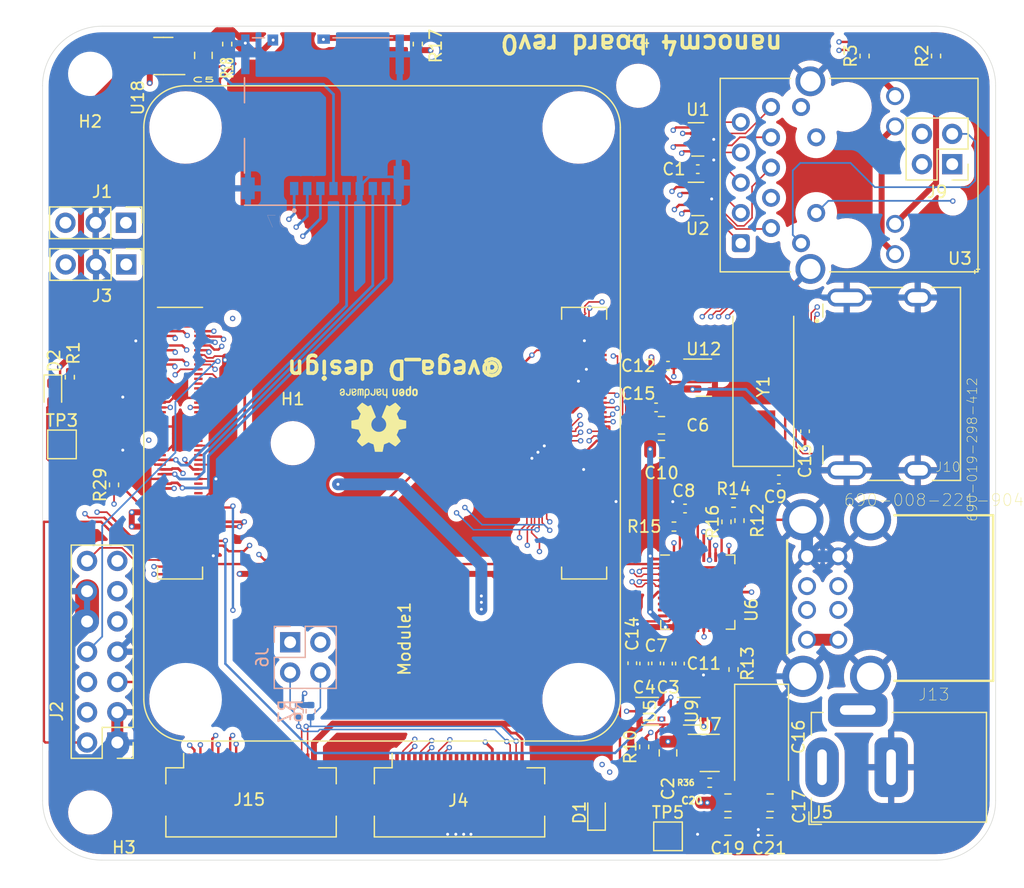
<source format=kicad_pcb>
(kicad_pcb (version 20210722) (generator pcbnew)
  (layers (0 "F.Cu" signal) (1 "In1.Cu" power) (2 "In2.Cu" power) (31 "B.Cu" signal) (34 "B.Paste" user) (35 "F.Paste" user) (36 "B.SilkS" user "B.Silkscreen") (37 "F.SilkS" user "F.Silkscreen") (38 "B.Mask" user) (39 "F.Mask" user) (44 "Edge.Cuts" user))
  (net 0 "")
  (net 1 "GND")
  (net 2 "Net-(C1-Pad1)")
  (net 3 "/CM4_GPIO ( Ethernet, GPIO, SDCARD)/SD_DAT1")
  (net 4 "/CM4_GPIO ( Ethernet, GPIO, SDCARD)/SD_DAT0")
  (net 5 "/CM4_GPIO ( Ethernet, GPIO, SDCARD)/SD_CLK")
  (net 6 "/CM4_GPIO ( Ethernet, GPIO, SDCARD)/SD_CMD")
  (net 7 "/CM4_GPIO ( Ethernet, GPIO, SDCARD)/SD_DAT3")
  (net 8 "/CM4_GPIO ( Ethernet, GPIO, SDCARD)/SD_DAT2")
  (net 9 "/CM4_HighSpeed/HDMI1_D2_P")
  (net 10 "/CM4_HighSpeed/HDMI1_D2_N")
  (net 11 "/CM4_HighSpeed/HDMI1_D1_P")
  (net 12 "/CM4_HighSpeed/HDMI1_D1_N")
  (net 13 "/CM4_HighSpeed/HDMI1_D0_P")
  (net 14 "/CM4_HighSpeed/HDMI1_D0_N")
  (net 15 "/CM4_HighSpeed/HDMI1_CK_P")
  (net 16 "/CM4_HighSpeed/HDMI1_CK_N")
  (net 17 "/CM4_HighSpeed/HDMI1_CEC")
  (net 18 "/CM4_HighSpeed/HDMI1_SCL")
  (net 19 "/CM4_HighSpeed/HDMI1_SDA")
  (net 20 "/CM4_HighSpeed/HDMI1_HOTPLUG")
  (net 21 "/CM4_GPIO ( Ethernet, GPIO, SDCARD)/TRD1_P")
  (net 22 "/CM4_GPIO ( Ethernet, GPIO, SDCARD)/TRD3_N")
  (net 23 "/CM4_GPIO ( Ethernet, GPIO, SDCARD)/TRD1_N")
  (net 24 "/CM4_GPIO ( Ethernet, GPIO, SDCARD)/TRD2_N")
  (net 25 "/CM4_GPIO ( Ethernet, GPIO, SDCARD)/TRD0_N")
  (net 26 "/CM4_GPIO ( Ethernet, GPIO, SDCARD)/TRD2_P")
  (net 27 "/CM4_GPIO ( Ethernet, GPIO, SDCARD)/TRD0_P")
  (net 28 "/CM4_GPIO ( Ethernet, GPIO, SDCARD)/TRD3_P")
  (net 29 "/USB2-HUB/VBUS")
  (net 30 "/CM4_GPIO ( Ethernet, GPIO, SDCARD)/+1.8v")
  (net 31 "/+5v")
  (net 32 "/CM4_GPIO ( Ethernet, GPIO, SDCARD)/SD_PWR")
  (net 33 "/CM4_HighSpeed/HDMI_5v")
  (net 34 "Net-(D1-Pad1)")
  (net 35 "Net-(D2-Pad1)")
  (net 36 "/CM4_GPIO ( Ethernet, GPIO, SDCARD)/GLOBAL_EN")
  (net 37 "/CM4_GPIO ( Ethernet, GPIO, SDCARD)/RUN_PG")
  (net 38 "/CM4_GPIO ( Ethernet, GPIO, SDCARD)/nRPIBOOT")
  (net 39 "/CM4_GPIO ( Ethernet, GPIO, SDCARD)/EEPROM_nWP")
  (net 40 "/CM4_GPIO ( Ethernet, GPIO, SDCARD)/AIN0")
  (net 41 "/CM4_GPIO ( Ethernet, GPIO, SDCARD)/AIN1")
  (net 42 "/CM4_GPIO ( Ethernet, GPIO, SDCARD)/SYNC_IN")
  (net 43 "/CM4_GPIO ( Ethernet, GPIO, SDCARD)/SYNC_OUT")
  (net 44 "/CM4_GPIO ( Ethernet, GPIO, SDCARD)/TV_OUT")
  (net 45 "Net-(J2-Pad13)")
  (net 46 "/CM4_GPIO ( Ethernet, GPIO, SDCARD)/WL_nDis")
  (net 47 "/CM4_GPIO ( Ethernet, GPIO, SDCARD)/BT_nDis")
  (net 48 "/CM4_HighSpeed/CAM0_D0_N")
  (net 49 "/CM4_HighSpeed/CAM0_D0_P")
  (net 50 "/CM4_HighSpeed/CAM0_D1_N")
  (net 51 "/CM4_HighSpeed/CAM0_D1_P")
  (net 52 "/CM4_HighSpeed/CAM0_C_N")
  (net 53 "/CM4_HighSpeed/CAM0_C_P")
  (net 54 "/CM4_HighSpeed/CAM_GPIO")
  (net 55 "/CM4_HighSpeed/SCL1")
  (net 56 "/CM4_HighSpeed/SDA1")
  (net 57 "/CM4_GPIO ( Ethernet, GPIO, SDCARD)/ID_SC")
  (net 58 "/CM4_GPIO ( Ethernet, GPIO, SDCARD)/ID_SD")
  (net 59 "Net-(J7-Pad9)")
  (net 60 "Net-(J7-Pad10)")
  (net 61 "/CM4_GPIO ( Ethernet, GPIO, SDCARD)/TR1_TAP")
  (net 62 "/CM4_GPIO ( Ethernet, GPIO, SDCARD)/TR2_TAP")
  (net 63 "/CM4_GPIO ( Ethernet, GPIO, SDCARD)/TR0_TAP")
  (net 64 "/CM4_GPIO ( Ethernet, GPIO, SDCARD)/TR3_TAP")
  (net 65 "/CM4_HighSpeed/DSI0_D0_N")
  (net 66 "/CM4_HighSpeed/DSI0_D0_P")
  (net 67 "/CM4_HighSpeed/DSI0_D1_N")
  (net 68 "/CM4_HighSpeed/DSI0_D1_P")
  (net 69 "/CM4_HighSpeed/DSI0_C_N")
  (net 70 "/CM4_HighSpeed/DSI0_C_P")
  (net 71 "/CM4_GPIO ( Ethernet, GPIO, SDCARD)/ETH_LEDY")
  (net 72 "/CM4_GPIO ( Ethernet, GPIO, SDCARD)/ETH_LEDG")
  (net 73 "Net-(Module1-Pad21)")
  (net 74 "/CM4_GPIO ( Ethernet, GPIO, SDCARD)/SD_PWR_ON")
  (net 75 "/CM4_GPIO ( Ethernet, GPIO, SDCARD)/Reserved")
  (net 76 "/CM4_GPIO ( Ethernet, GPIO, SDCARD)/GPIO_VREF")
  (net 77 "/CM4_GPIO ( Ethernet, GPIO, SDCARD)/nPWR_LED")
  (net 78 "/nEXTRST")
  (net 79 "Net-(R2-Pad1)")
  (net 80 "Net-(R3-Pad1)")
  (net 81 "Net-(R10-Pad2)")
  (net 82 "Net-(R36-Pad1)")
  (net 83 "/USB2-HUB/PWR1")
  (net 84 "/USB2-HUB/nOCS1")
  (net 85 "Net-(C8-Pad1)")
  (net 86 "Net-(C9-Pad1)")
  (net 87 "/USB2-HUB/HD1_N")
  (net 88 "/USB2-HUB/HD1_P")
  (net 89 "/USB2-HUB/HD2_N")
  (net 90 "/USB2-HUB/HD2_P")
  (net 91 "/USB2-HUB/USBH_N")
  (net 92 "/USB2-HUB/USBH_P")
  (net 93 "Net-(R12-Pad1)")
  (net 94 "Net-(R13-Pad1)")
  (net 95 "Net-(R14-Pad1)")
  (net 96 "Net-(R15-Pad2)")
  (net 97 "Net-(R16-Pad1)")
  (net 98 "+3.3v")
  (footprint "Resistor_SMD:R_0402_1005Metric" (layer "F.Cu") (at 141.2 37.9 90)
    (fp_text reference "R2")
    (fp_text value "470R")
  )
  (footprint "Capacitor_SMD:C_0402_1005Metric" (layer "F.Cu") (at 119.7 88.9 90)
    (fp_text reference "C11")
    (fp_text value "100n")
  )
  (footprint "CM4IO:BarrelJack_Horizontal" (layer "F.Cu") (at 131.6304 97.6016 180)
    (fp_text reference "J5")
    (fp_text value "Barrel_Jack")
  )
  (footprint "Package_TO_SOT_SMD:SOT-23-6" (layer "F.Cu") (at 122.2 96.4)
    (fp_text reference "U7")
    (fp_text value "AP22653W6")
  )
  (footprint "Capacitor_SMD:C_0805_2012Metric" (layer "F.Cu") (at 118.7 96.4 -90)
    (fp_text reference "C2")
    (fp_text value "10u")
  )
  (footprint "Capacitor_SMD:C_0402_1005Metric" (layer "F.Cu") (at 117.7 88.88 90)
    (fp_text reference "C7")
    (fp_text value "100n")
  )
  (footprint "CM4IO:MOLEX_USB_67298-4090" (layer "F.Cu") (at 135.7 83.4 90)
    (fp_text reference "J13")
    (fp_text value "690-008-221-904")
  )
  (footprint "Resistor_SMD:R_0402_1005Metric" (layer "F.Cu") (at 72.2 73.9 90)
    (fp_text reference "R29")
    (fp_text value "12K 1%")
  )
  (footprint "LED_SMD:LED_0603_1608Metric" (layer "F.Cu") (at 112.7 101.4 90)
    (fp_text reference "D1")
    (fp_text value "LED Red")
  )
  (footprint "CM4IO:EDAC 690-019-298-412" (layer "F.Cu") (at 133.7 65.425 90)
    (fp_text reference "J10")
    (fp_text value "690-019-298-412")
  )
  (footprint "CM4IO:Raspberry-Pi-4-Compute-Module" (layer "F.Cu") (at 78.2 91.9)
    (fp_text reference "Module1")
    (fp_text value "ComputeModule4")
  )
  (footprint "Capacitor_SMD:C_0402_1005Metric" (layer "F.Cu") (at 130.2 69.4 90)
    (fp_text reference "C13")
    (fp_text value "100n")
  )
  (footprint "MountingHole:MountingHole_2.7mm_M2.5" (layer "F.Cu") (at 87.2 70.4)
    (fp_text reference "H1")
    (fp_text value "MountingHole")
  )
  (footprint "Resistor_SMD:R_0402_1005Metric" (layer "F.Cu") (at 124.2 75.4)
    (fp_text reference "R14")
    (fp_text value "36K 1%")
  )
  (footprint "MountingHole:MountingHole_2.7mm_M2.5" (layer "F.Cu") (at 70.2 39.4)
    (fp_text reference "H2")
    (fp_text value "MountingHole")
  )
  (footprint "Resistor_SMD:R_0402_1005Metric" (layer "F.Cu") (at 124.7 76.9 90)
    (fp_text reference "R12")
    (fp_text value "36K 1%")
  )
  (footprint "Capacitor_SMD:C_0805_2012Metric" (layer "F.Cu") (at 118.15 70.9)
    (fp_text reference "C10")
    (fp_text value "10u")
  )
  (footprint "MountingHole:MountingHole_2.7mm_M2.5" (layer "F.Cu") (at 116.2 40.4)
    (fp_text reference "H4")
    (fp_text value "MountingHole")
  )
  (footprint "Capacitor_SMD:C_0805_2012Metric" (layer "F.Cu") (at 123.7296 100.5809)
    (fp_text reference "C20")
    (fp_text value "10u")
  )
  (footprint "Connector_FFC-FPC:Hirose_FH12-22S-0.5SH_1x22-1MP_P0.50mm_Horizontal" (layer "F.Cu") (at 83.7 98.95)
    (fp_text reference "J15")
    (fp_text value "Conn_01x22_Female")
  )
  (footprint "Resistor_SMD:R_0402_1005Metric" (layer "F.Cu") (at 81.7 36.9 90)
    (fp_text reference "R18")
    (fp_text value "nf")
  )
  (footprint "Package_TO_SOT_SMD:SOT-353_SC-70-5" (layer "F.Cu") (at 117.2 92.9)
    (fp_text reference "U5")
    (fp_text value "74LVC1G07SE-7")
  )
  (footprint "Crystal:Crystal_SMD_HC49-SD" (layer "F.Cu") (at 126.7 65.65 90)
    (fp_text reference "Y1")
    (fp_text value "24MHz")
  )
  (footprint "Resistor_SMD:R_0402_1005Metric" (layer "F.Cu") (at 119.2 77.4)
    (fp_text reference "R15")
    (fp_text value "12K 1%")
  )
  (footprint "Connector_FFC-FPC:Hirose_FH12-22S-0.5SH_1x22-1MP_P0.50mm_Horizontal" (layer "F.Cu") (at 101.2 98.95)
    (fp_text reference "J4")
    (fp_text value "Conn_01x22_Female")
  )
  (footprint "Capacitor_SMD:C_0805_2012Metric" (layer "F.Cu") (at 127.2796 100.5809 180)
    (fp_text reference "C17")
    (fp_text value "10u")
  )
  (footprint "Connector_PinHeader_2.54mm:PinHeader_1x03_P2.54mm_Vertical" (layer "F.Cu") (at 73.225 55.4 -90)
    (fp_text reference "J3")
    (fp_text value "Conn_01x03")
  )
  (footprint "CM4IO:TRJG0926HENL" (layer "F.Cu") (at 133.7 47.9 90)
    (fp_text reference "U3")
    (fp_text value "MagJack-A70-112-331N126")
  )
  (footprint "Resistor_SMD:R_0402_1005Metric" (layer "F.Cu") (at 97.7 36.9 90)
    (fp_text reference "R17")
    (fp_text value "nf")
  )
  (footprint "Capacitor_SMD:C_0402_1005Metric" (layer "F.Cu") (at 118.7 88.9 90)
    (fp_text reference "C3")
    (fp_text value "100n")
  )
  (footprint "Capacitor_SMD:C_0402_1005Metric" (layer "F.Cu") (at 116.7 88.9 90)
    (fp_text reference "C4")
    (fp_text value "100n")
  )
  (footprint "Package_DFN_QFN:QFN-36-1EP_6x6mm_P0.5mm_EP3.7x3.7mm" (layer "F.Cu") (at 121.2 82.9)
    (fp_text reference "U6")
    (fp_text value "USB2514B-I/M2")
  )
  (footprint "Connector_PinHeader_2.54mm:PinHeader_1x03_P2.54mm_Vertical" (layer "F.Cu") (at 73.2 51.9 -90)
    (fp_text reference "J1")
    (fp_text value "Conn_01x03")
  )
  (footprint "Package_SON:USON-10_2.5x1.0mm_P0.5mm" (layer "F.Cu") (at 121.2 44.9)
    (fp_text reference "U1")
    (fp_text value "TPD4EUSB30")
  )
  (footprint "TestPoint:TestPoint_Pad_2.0x2.0mm" (layer "F.Cu") (at 67.8284 70.5004)
    (fp_text reference "TP3")
    (fp_text value "TestPoint")
  )
  (footprint "TestPoint:TestPoint_Pad_2.0x2.0mm" (layer "F.Cu") (at 118.7 103.4)
    (fp_text reference "TP5")
    (fp_text value "TestPoint")
  )
  (footprint "Resistor_SMD:R_0402_1005Metric" (layer "F.Cu") (at 122.2 98.9 180)
    (fp_text reference "R36")
    (fp_text value "15K 1%")
  )
  (footprint "Capacitor_Tantalum_SMD:CP_EIA-7343-31_Kemet-D" (layer "F.Cu") (at 126.5532 95.0505 -90)
    (fp_text reference "C16")
    (fp_text value "100uF")
  )
  (footprint "Resistor_SMD:R_0402_1005Metric" (layer "F.Cu") (at 135.2 37.9 90)
    (fp_text reference "R3")
    (fp_text value "470R")
  )
  (footprint "Connector_PinHeader_2.54mm:PinHeader_2x02_P2.54mm_Vertical" (layer "F.Cu") (at 142.5552 46.98 180)
    (fp_text reference "J9")
    (fp_text value "THD-02-R")
  )
  (footprint "Resistor_SMD:R_0402_1005Metric" (layer "F.Cu") (at 124.2 89.4 -90)
    (fp_text reference "R13")
    (fp_text value "36K 1%")
  )
  (footprint "Package_SON:USON-10_2.5x1.0mm_P0.5mm" (layer "F.Cu") (at 121.2 49.9)
    (fp_text reference "U2")
    (fp_text value "TPD4EUSB30")
  )
  (footprint "Resistor_SMD:R_0402_1005Metric" (layer "F.Cu") (at 123.6068 77.0048 90)
    (fp_text reference "R16")
    (fp_text value "36K 1%")
  )
  (footprint "Capacitor_SMD:C_0402_1005Metric" (layer "F.Cu") (at 117.7 67.4)
    (fp_text reference "C15")
    (fp_text value "100n")
  )
  (footprint "Resistor_SMD:R_0402_1005Metric" (layer "F.Cu") (at 116.7 95.89 90)
    (fp_text reference "R10")
    (fp_text value "1k")
  )
  (footprint "Package_TO_SOT_SMD:SOT-353_SC-70-5" (layer "F.Cu") (at 120.7 92.9)
    (fp_text reference "U9")
    (fp_text value "74LVC1G07SE-7")
  )
  (footprint "LED_SMD:LED_0603_1608Metric" (layer "F.Cu") (at 67.0664 66.1569 -90)
    (fp_text reference "D2")
    (fp_text value "LED Green")
  )
  (footprint "Capacitor_SMD:C_0805_2012Metric" (layer "F.Cu") (at 127.2296 102.5809 180)
    (fp_text reference "C21")
    (fp_text value "10u")
  )
  (footprint "Connector_PinHeader_2.54mm:PinHeader_2x07_P2.54mm_Vertical" (layer "F.Cu") (at 72.475 95.525 180)
    (fp_text reference "J2")
    (fp_text value "Conn_02x07_Odd_Even")
  )
  (footprint "Capacitor_SMD:C_0402_1005Metric" (layer "F.Cu") (at 128.0036 73.4468)
    (fp_text reference "C9")
    (fp_text value "27pF")
  )
  (footprint "Capacitor_SMD:C_0402_1005Metric" (layer "F.Cu") (at 118.7 63.9 180)
    (fp_text reference "C12")
    (fp_text value "100n")
  )
  (footprint "Symbol:OSHW-Logo2_7.3x6mm_SilkScreen" (layer "F.Cu") (at 94.4222 68.3668 180)
    (fp_text reference "REF**" hide)
    (fp_text value "OSHW-Logo2_7.3x6mm_SilkScreen" hide)
  )
  (footprint "MountingHole:MountingHole_2.7mm_M2.5" (layer "F.Cu") (at 70.2 101.4)
    (fp_text reference "H3")
    (fp_text value "MountingHole")
  )
  (footprint "Capacitor_SMD:C_0805_2012Metric" (layer "F.Cu") (at 118.15 68.9)
    (fp_text reference "C6")
    (fp_text value "10u")
  )
  (footprint "Capacitor_SMD:C_0805_2012Metric" (layer "F.Cu") (at 79.7 37.85 90)
    (fp_text reference "C5")
    (fp_text value "10u")
  )
  (footprint "Capacitor_SMD:C_0402_1005Metric" (layer "F.Cu") (at 115.701924 88.87 90)
    (fp_text reference "C14")
    (fp_text value "100n")
  )
  (footprint "Capacitor_SMD:C_0402_1005Metric" (layer "F.Cu") (at 121.2 47.4 180)
    (fp_text reference "C1")
    (fp_text value "100n")
  )
  (footprint "Package_TO_SOT_SMD:SOT-23" (layer "F.Cu") (at 121.7 64.9)
    (fp_text reference "U12")
    (fp_text value "RT9742SNGV")
  )
  (footprint "Package_TO_SOT_SMD:SOT-23-5" (layer "F.Cu") (at 76.3375 37.9 180)
    (fp_text reference "U18")
    (fp_text value "RT9742GGJ5")
  )
  (footprint "Resistor_SMD:R_0402_1005Metric" (layer "F.Cu") (at 68.4888 64.8636 90)
    (fp_text reference "R1")
    (fp_text value "1k")
  )
  (footprint "Capacitor_SMD:C_0805_2012Metric" (layer "F.Cu") (at 123.7296 102.5809)
    (fp_text reference "C19")
    (fp_text value "10u")
  )
  (footprint "Capacitor_SMD:C_0402_1005Metric" (layer "F.Cu") (at 120.1296 75.8852 180)
    (fp_text reference "C8")
    (fp_text value "27pF")
  )
  (footprint "Resistor_SMD:R_0402_1005Metric" (layer "B.Cu") (at 87.7 92.89 -90)
    (fp_text reference "R7")
    (fp_text value "2.2K 1%")
  )
  (footprint "Resistor_SMD:R_0402_1005Metric" (layer "B.Cu") (at 88.7 92.89 -90)
    (fp_text reference "R6")
    (fp_text value "2.2K 1%")
  )
  (footprint "Connector_PinHeader_2.54mm:PinHeader_2x02_P2.54mm_Vertical" (layer "B.Cu") (at 86.98 87.112 -90)
    (fp_text reference "J6")
    (fp_text value "THD-02-R")
  )
  (footprint "CM4IO:SDCARD_MOLEX_503398-1892" (layer "B.Cu") (at 89.7 43.4)
    (fp_text reference "J7")
    (fp_text value "Micro_SD_Card_Det")
  )
  (gr_arc (start 141.2 100.4) (end 146.2 100.4) (angle 90) (layer "Edge.Cuts") (width 0.05))
  (gr_arc (start 141.2 40.4) (end 141.2 35.4) (angle 90) (layer "Edge.Cuts") (width 0.05))
  (gr_line (start 146.2 40.4) (end 146.2 100.4) (layer "Edge.Cuts") (width 0.05))
  (gr_arc (start 71.2 100.4) (end 71.2 105.4) (angle 90) (layer "Edge.Cuts") (width 0.05))
  (gr_line (start 141.2 105.4) (end 71.2 105.4) (layer "Edge.Cuts") (width 0.05))
  (gr_line (start 66.2 100.4) (end 66.2 40.4) (layer "Edge.Cuts") (width 0.05))
  (gr_arc (start 71.2 40.4) (end 66.2 40.4) (angle 90) (layer "Edge.Cuts") (width 0.05))
  (gr_line (start 71.2 35.4) (end 141.2 35.4) (layer "Edge.Cuts") (width 0.05))
  (gr_text "@vega_D design" (at 95.8446 64.2012 180) (layer "F.SilkS") (effects (font (size 1.5 1.5) (thickness 0.3))))
  (gr_text "nanocm4 board rev0" (at 116.4694 36.8962 180) (layer "F.SilkS") (effects (font (size 1.5 1.5) (thickness 0.3))))
  (segment (start 135.860669 65.925) (end 138.861269 68.9256) (width 0.2) (layer "F.Cu") (net 1))
  (segment (start 100.4716 97.060081) (end 100.4716 98.7452) (width 0.2) (layer "F.Cu") (net 1))
  (segment (start 114.3358 75.301) (end 114.3358 74.426778) (width 0.2) (layer "F.Cu") (net 1))
  (segment (start 76.2 63) (end 75.2124 63) (width 0.2) (layer "F.Cu") (net 1))
  (segment (start 119.1 68.9) (end 119.1 70.9) (width 0.5) (layer "F.Cu") (net 1))
  (segment (start 80.022378 63.236) (end 80.503 63.236) (width 0.147) (layer "F.Cu") (net 1))
  (segment (start 112.713577 70.2) (end 111.618 71.295577) (width 0.2) (layer "F.Cu") (net 1))
  (segment (start 81.285311 64.153437) (end 81.521481 63.917267) (width 0.5) (layer "F.Cu") (net 1))
  (segment (start 126.5532 98.163) (end 126.5532 100.3573) (width 1) (layer "F.Cu") (net 1))
  (segment (start 74.45 71) (end 74.433 70.983) (width 0.2) (layer "F.Cu") (net 1))
  (segment (start 121.585 49.9) (end 120.815 49.9) (width 0.13) (layer "F.Cu") (net 1))
  (segment (start 78.770978 68.6) (end 79.28 68.6) (width 0.2) (layer "F.Cu") (net 1))
  (segment (start 111.618 72.6086) (end 111.618 72.811022) (width 0.2) (layer "F.Cu") (net 1))
  (segment (start 118.18 67.4) (end 118.18 67.98) (width 0.2) (layer "F.Cu") (net 1))
  (segment (start 112.5732 76.2) (end 112.5732 78.600519) (width 0.2) (layer "F.Cu") (net 1))
  (segment (start 111.6266 72.6) (end 111.618 72.6086) (width 0.2) (layer "F.Cu") (net 1))
  (segment (start 75.65 74.6) (end 72.9338 71.8838) (width 0.2) (layer "F.Cu") (net 1))
  (segment (start 110.12 61.8) (end 111.6806 61.8) (width 0.147) (layer "F.Cu") (net 1))
  (segment (start 77.167089 66.6) (end 76.837578 66.929511) (width 0.2) (layer "F.Cu") (net 1))
  (segment (start 118.4252 94.0208) (end 116.7208 94.0208) (width 0.2) (layer "F.Cu") (net 1))
  (segment (start 111.833511 64.340907) (end 111.6806 64.187996) (width 0.23) (layer "F.Cu") (net 1))
  (segment (start 76.2 69) (end 74.9168 69) (width 0.2) (layer "F.Cu") (net 1))
  (segment (start 97.4404 97.091281) (end 97.4404 98.753217) (width 0.2) (layer "F.Cu") (net 1))
  (segment (start 95.9716 97.060081) (end 95.9716 98.7452) (width 0.23) (layer "F.Cu") (net 1))
  (segment (start 114.3358 77.3838) (end 114.3358 75.301) (width 0.2) (layer "F.Cu") (net 1))
  (segment (start 78.45 98.785119) (end 75.189881 95.525) (width 0.5) (layer "F.Cu") (net 1))
  (segment (start 132.97 61.425) (end 138.044594 61.425) (width 0.2) (layer "F.Cu") (net 1))
  (segment (start 110.12 71.4) (end 110.67 71.4) (width 0.2) (layer "F.Cu") (net 1))
  (segment (start 79.95 97.1) (end 79.9188 97.1312) (width 0.2) (layer "F.Cu") (net 1))
  (segment (start 125.14 76.83) (end 124.7 76.39) (width 0.2) (layer "F.Cu") (net 1))
  (segment (start 75.2124 63) (end 74.026 61.8136) (width 0.2) (layer "F.Cu") (net 1))
  (segment (start 75.2396 60.6) (end 74.0396 61.8) (width 0.2) (layer "F.Cu") (net 1))
  (segment (start 110.12 78.6) (end 113.2 78.6) (width 0.2) (layer "F.Cu") (net 1))
  (segment (start 80.727 68.6) (end 81.0872 68.2398) (width 0.147) (layer "F.Cu") (net 1))
  (segment (start 76.2 73.4) (end 75.3508 73.4) (width 0.2) (layer "F.Cu") (net 1))
  (segment (start 76.2 72.2) (end 75.65 72.2) (width 0.2) (layer "F.Cu") (net 1))
  (segment (start 120.4826 89.8552) (end 121.6764 89.8552) (width 0.2) (layer "F.Cu") (net 1))
  (segment (start 119.7 88.42) (end 120.2412 88.42) (width 0.5) (layer "F.Cu") (net 1))
  (segment (start 119.1 75.312) (end 119.1 75.3356) (width 0.5) (layer "F.Cu") (net 1))
  (segment (start 81.521481 63.917267) (end 81.521481 63.411319) (width 0.5) (layer "F.Cu") (net 1))
  (segment (start 76.2 61.8) (end 74.0396 61.8) (width 0.2) (layer "F.Cu") (net 1))
  (segment (start 120.815 44.9) (end 121.585 44.9) (width 0.13) (layer "F.Cu") (net 1))
  (segment (start 79.28 70.6) (end 80.628 70.6) (width 0.147) (layer "F.Cu") (net 1))
  (segment (start 118.18 67.98) (end 119.1 68.9) (width 0.2) (layer "F.Cu") (net 1))
  (segment (start 74.9168 68.512901) (end 72.9338 66.529901) (width 0.2) (layer "F.Cu") (net 1))
  (segment (start 111.6806 61.8) (end 113.2 61.8) (width 0.147) (layer "F.Cu") (net 1))
  (segment (start 81.0872 68.2398) (end 81.285311 68.041689) (width 0.5) (layer "F.Cu") (net 1))
  (segment (start 113.2 66.6) (end 110.12 66.6) (width 0.23) (layer "F.Cu") (net 1))
  (segment (start 104.9716 98.744187) (end 104.9716 97.060081) (width 0.23) (layer "F.Cu") (net 1))
  (segment (start 111.8478 64.2) (end 113.2 64.2) (width 0.23) (layer "F.Cu") (net 1))
  (segment (start 103.4716 97.060081) (end 103.4716 98.713133) (width 0.2) (layer "F.Cu") (net 1))
  (segment (start 80.753 72.536467) (end 81.089467 72.2) (width 0.5) (layer "F.Cu") (net 1))
  (segment (start 118.7 97.35) (end 117.711311 96.361311) (width 0.2) (layer "F.Cu") (net 1))
  (segment (start 138.861269 68.9256) (end 139.66 69.724331) (width 0.2) (layer "F.Cu") (net 1))
  (segment (start 85.95 97.1) (end 85.95 98.753052) (width 0.2) (layer "F.Cu") (net 1))
  (segment (start 76.709022 71) (end 76.2 71) (width 0.2) (layer "F.Cu") (net 1))
  (segment (start 114.3358 74.426778) (end 113.709022 73.8) (width 0.2) (layer "F.Cu") (net 1))
  (segment (start 113.2 77.4) (end 114.3196 77.4) (width 0.2) (layer "F.Cu") (net 1))
  (segment (start 111.6806 64.187996) (end 111.6806 61.8) (width 0.23) (layer "F.Cu") (net 1))
  (segment (start 74.9168 69) (end 72.9338 70.983) (width 0.2) (layer "F.Cu") (net 1))
  (segment (start 112.6118 79.8) (end 111.618 78.8062) (width 0.2) (layer "F.Cu") (net 1))
  (segment (start 80.5402 61.8) (end 80.6808 61.9406) (width 0.2) (layer "F.Cu") (net 1))
  (segment (start 82.14128 35.74048) (end 83.2208 36.82) (width 0.5) (layer "F.Cu") (net 1))
  (segment (start 120.084022 93.55) (end 120.3048 93.329222) (width 0.2) (layer "F.Cu") (net 1))
  (segment (start 113.2 75) (end 114.0348 75) (width 0.2) (layer "F.Cu") (net 1))
  (segment (start 81.285311 68.041689) (end 81.285311 64.153437) (width 0.5) (layer "F.Cu") (net 1))
  (segment (start 113.2 65.4) (end 111.1812 65.4) (width 0.23) (layer "F.Cu") (net 1))
  (segment (start 76.2 71) (end 74.45 71) (width 0.2) (layer "F.Cu") (net 1))
  (segment (start 119.7 88.42) (end 118.7 88.42) (width 0.5) (layer "F.Cu") (net 1))
  (segment (start 76.270489 66.929511) (end 76.2 67) (width 0.2) (layer "F.Cu") (net 1))
  (segment (start 78.370978 69) (end 78.770978 68.6) (width 0.2) (layer "F.Cu") (net 1))
  (segment (start 112.5732 76.2) (end 113.2 76.2) (width 0.2) (layer "F.Cu") (net 1))
  (segment (start 72.9338 66.529901) (end 74.463701 65) (width 0.2) (layer "F.Cu") (net 1))
  (segment (start 119.75 93.55) (end 120.084022 93.55) (width 0.2) (layer "F.Cu") (net 1))
  (segment (start 117.711311 96.361311) (end 117.711311 94.734689) (width 0.2) (layer "F.Cu") (net 1))
  (segment (start 118.22 64.486377) (end 118.22 63.9) (width 0.2) (layer "F.Cu") (net 1))
  (segment (start 134.4706 68.9256) (end 138.861269 68.9256) (width 0.2) (layer "F.Cu") (net 1))
  (segment (start 121.18188 103.22752) (end 120.5334 102.57904) (width 0.2) (layer "F.Cu") (net 1))
  (segment (start 79.350489 79.870489) (end 80.50525 79.870489) (width 0.2) (layer "F.Cu") (net 1))
  (segment (start 79.28 72.2) (end 81.089467 72.2) (width 0.147) (layer "F.Cu") (net 1))
  (segment (start 114.3358 78.5776) (end 114.3358 77.3838) (width 0.2) (layer "F.Cu") (net 1))
  (segment (start 81.45 97.1) (end 81.45 98.785119) (width 0.2) (layer "F.Cu") (net 1))
  (segment (start 124.71 75.4) (end 124.71 76.38) (width 0.2) (layer "F.Cu") (net 1))
  (segment (start 111.618 71.295577) (end 111.618 72.6086) (width 0.2) (layer "F.Cu") (net 1))
  (segment (start 112.5732 76.2) (end 112.5732 74.991861) (width 0.2) (layer "F.Cu") (net 1))
  (segment (start 113.709022 70.2) (end 113.2 70.2) (width 0.2) (layer "F.Cu") (net 1))
  (segment (start 74.433 70.983) (end 72.9338 70.983) (width 0.2) (layer "F.Cu") (net 1))
  (segment (start 124.5952 76.4948) (end 124.7 76.39) (width 0.2) (layer "F.Cu") (net 1))
  (segment (start 120.5334 100.0566) (end 121.69 98.9) (width 0.2) (layer "F.Cu") (net 1))
  (segment (start 116.67 88.39) (end 116.7 88.42) (width 0.5) (layer "F.Cu") (net 1))
  (segment (start 80.753 73.4) (end 80.753 72.536467) (width 0.5) (layer "F.Cu") (net 1))
  (segment (start 110.67 71.4) (end 111.618 72.348) (width 0.2) (layer "F.Cu") (net 1))
  (segment (start 98.9716 97.060081) (end 98.9716 98.7452) (width 0.2) (layer "F.Cu") (net 1))
  (segment (start 80.5172 66.6) (end 81.0872 66.03) (width 0.147) (layer "F.Cu") (net 1))
  (segment (start 111.833511 66.666489) (end 111.833511 64.340907) (width 0.23) (layer "F.Cu") (net 1))
  (segment (start 123.6068 76.4948) (end 124.5952 76.4948) (width 0.2) (layer "F.Cu") (net 1))
  (segment (start 80.503 63.236) (end 80.643531 63.095469) (width 0.147) (layer "F.Cu") (net 1))
  (segment (start 113.2 73.8) (end 112.8094 73.8) (width 0.2) (layer "F.Cu") (net 1))
  (segment (start 79.28 68.6) (end 80.727 68.6) (width 0.147) (layer "F.Cu") (net 1))
  (segment (start 118.18 66.089623) (end 119.001623 65.268) (width 0.2) (layer "F.Cu") (net 1))
  (segment (start 111.833511 67.013511) (end 111.833511 66.666489) (width 0.23) (layer "F.Cu") (net 1))
  (segment (start 121.585 49.9) (end 122.3632 49.9) (width 0.13) (layer "F.Cu") (net 1))
  (segment (start 119.6496 75.8852) (end 119.6496 76.4404) (width 0.2) (layer "F.Cu") (net 1))
  (segment (start 81.089467 70.143067) (end 81.0872 70.1408) (width 0.5) (layer "F.Cu") (net 1))
  (segment (start 130.2 68.92) (end 132.965 68.92) (width 0.2) (layer "F.Cu") (net 1))
  (segment (start 69.935 82.825) (end 69.935 85.365) (width 2) (layer "F.Cu") (net 1))
  (segment (start 77.109022 70.6) (end 76.709022 71) (width 0.2) (layer "F.Cu") (net 1))
  (segment (start 79.28 73.4) (end 80.753 73.4) (width 0.147) (layer "F.Cu") (net 1))
  (segment (start 75.3508 73.4) (end 72.9338 70.983) (width 0.2) (layer "F.Cu") (net 1))
  (segment (start 126.2796 100.6309) (end 126.3296 100.5809) (width 1) (layer "F.Cu") (net 1))
  (segment (start 81.483614 63.095469) (end 81.521481 63.133336) (width 0.147) (layer "F.Cu") (net 1))
  (segment (start 128.4836 73.4468) (end 126.5304 75.4) (width 0.2) (layer "F.Cu") (net 1))
  (segment (start 112.690978 71.4) (end 113.2 71.4) (width 0.2) (layer "F.Cu") (net 1))
  (segment (start 76.2 69) (end 78.370978 69) (width 0.2) (layer "F.Cu") (net 1))
  (segment (start 113.2 79.8) (end 112.6118 79.8) (width 0.2) (layer "F.Cu") (net 1))
  (segment (start 116.36922 85.35798) (end 116.1392 85.588) (width 0.2) (layer "F.Cu") (net 1))
  (segment (start 104.9716 98.744187) (end 78.490932 98.744187) (width 0.5) (layer "F.Cu") (net 1))
  (segment (start 110.629022 73.8) (end 110.12 73.8) (width 0.2) (layer "F.Cu") (net 1))
  (segment (start 101.9716 97.060081) (end 101.9716 98.7452) (width 0.2) (layer "F.Cu") (net 1))
  (segment (start 76.837578 66.929511) (end 76.270489 66.929511) (width 0.2) (layer "F.Cu") (net 1))
  (segment (start 119.873 90.4648) (end 120.4826 89.8552) (width 0.2) (layer "F.Cu") (net 1))
  (segment (start 111.1812 65.4) (end 111.1812 65.1968) (width 0.23) (layer "F.Cu") (net 1))
  (segment (start 113.2 69) (end 113.75 69) (width 0.2) (layer "F.Cu") (net 1))
  (segment (start 126.3296 100.5809) (end 124.6796 100.5809) (width 1) (layer "F.Cu") (net 1))
  (segment (start 111.618 72.811022) (end 110.629022 73.8) (width 0.2) (layer "F.Cu") (net 1))
  (segment (start 70.66 51.9) (end 70.66 55.375) (width 0.5) (layer "F.Cu") (net 1))
  (segment (start 115.701924 88.39) (end 116.67 88.39) (width 0.5) (layer "F.Cu") (net 1))
  (segment (start 121.4956 46.6244) (end 122.54 46.6244) (width 0.13) (layer "F.Cu") (net 1))
  (segment (start 78.45 97.1) (end 78.45 98.785119) (width 0.23) (layer "F.Cu") (net 1))
  (segment (start 79.777 75) (end 80.753 74.024) (width 0.147) (layer "F.Cu") (net 1))
  (segment (start 119.75 93.55) (end 119.2792 94.0208) (width 0.2) (layer "F.Cu") (net 1))
  (segment (start 119.6496 76.4404) (end 118.69 77.4) (width 0.2) (layer "F.Cu") (net 1))
  (segment (start 70.66 55.375) (end 70.685 55.4) (width 0.5) (layer "F.Cu") (net 1))
  (segment (start 113.779511 69.029511) (end 113.779511 70.129511) (width 0.2) (layer "F.Cu") (net 1))
  (segment (start 79.28 66.6) (end 80.5172 66.6) (width 0.147) (layer "F.Cu") (net 1))
  (segment (start 81.521481 63.411319) (end 81.521481 63.133336) (width 0.5) (layer "F.Cu") (net 1))
  (segment (start 132.965 68.92) (end 132.97 68.925) (width 0.2) (layer "F.Cu") (net 1))
  (segment (start 110.12 67.8) (end 110.7 67.8) (width 0.23) (layer "F.Cu") (net 1))
  (segment (start 111.618 72.472978) (end 112.690978 71.4) (width 0.2) (layer "F.Cu") (net 1))
  (segment (start 119.001623 65.268) (end 118.22 64.486377) (width 0.2) (layer "F.Cu") (net 1))
  (segment (start 124.6796 102.5809) (end 126.2796 102.5809) (width 1) (layer "F.Cu") (net 1))
  (segment (start 112.8094 73.8) (end 111.618 72.6086) (width 0.2) (layer "F.Cu") (net 1))
  (segment (start 113.2 75) (end 110.12 75) (width 0.2) (layer "F.Cu") (net 1))
  (segment (start 81.0872 70.1408) (end 81.0872 68.2398) (width 0.5) (layer "F.Cu") (net 1))
  (segment (start 111.618 72.6086) (end 111.618 78.8062) (width 0.2) (layer "F.Cu") (net 1))
  (segment (start 79.28 63) (end 79.786378 63) (width 0.147) (layer "F.Cu") (net 1))
  (segment (start 87.451013 98.785119) (end 87.45 98.784106) (width 0.23) (layer "F.Cu") (net 1))
  (segment (start 113.2 63) (end 110.838 63) (width 0.23) (layer "F.Cu") (net 1))
  (segment (start 120.2412 88.42) (end 121.6764 89.8552) (width 0.5) (layer "F.Cu") (net 1))
  (segment (start 79.28 64.6) (end 80.47 64.6) (width 0.147) (layer "F.Cu") (net 1))
  (segment (start 80.85952 35.74048) (end 82.14128 35.74048) (width 0.5) (layer "F.Cu") (net 1))
  (segment (start 80.628 70.6) (end 81.0872 70.1408) (width 0.147) (layer "F.Cu") (net 1))
  (segment (start 116.7208 94.0208) (end 116.25 93.55) (width 0.2) (layer "F.Cu") (net 1))
  (segment (start 117.711311 94.734689) (end 118.4252 94.0208) (width 0.2) (layer "F.Cu") (net 1))
  (segment (start 119.2792 94.0208) (end 118.4252 94.0208) (width 0.2) (layer "F.Cu") (net 1))
  (segment (start 74.463701 65) (end 76.2 65) (width 0.2) (layer "F.Cu") (net 1))
  (segment (start 126.2796 102.5809) (end 126.2796 102.8288) (width 1) (layer "F.Cu") (net 1))
  (segment (start 112.62 67.8) (end 111.833511 67.013511) (width 0.23) (layer "F.Cu") (net 1))
  (segment (start 126.5304 75.4) (end 124.71 75.4) (width 0.2) (layer "F.Cu") (net 1))
  (segment (start 113.75 69) (end 113.779511 69.029511) (width 0.2) (layer "F.Cu") (net 1))
  (segment (start 126.5532 100.3573) (end 126.3296 100.5809) (width 1) (layer "F.Cu") (net 1))
  (segment (start 72.9338 71.8838) (end 72.9338 70.983) (width 0.2) (layer "F.Cu") (net 1))
  (segment (start 113.2 72.6) (end 111.6266 72.6) (width 0.2) (layer "F.Cu") (net 1))
  (segment (start 113.2 78.6) (end 114.3134 78.6) (width 0.2) (layer "F.Cu") (net 1))
  (segment (start 118.18 67.4) (end 118.18 66.089623) (width 0.2) (layer "F.Cu") (net 1))
  (segment (start 114.3196 77.4) (end 114.3358 77.3838) (width 0.2) (layer "F.Cu") (net 1))
  (segment (start 126.2796 102.5809) (end 126.2796 100.6309) (width 1) (layer "F.Cu") (net 1))
  (segment (start 79.28 70.6) (end 77.109022 70.6) (width 0.2) (layer "F.Cu") (net 1))
  (segment (start 118.74202 85.35798) (end 116.36922 85.35798) (width 0.2) (layer "F.Cu") (net 1))
  (segment (start 82.95 97.1) (end 82.95 98.785119) (width 0.2) (layer "F.Cu") (net 1))
  (segment (start 113.2 79.8) (end 113.75 79.8) (width 0.2) (layer "F.Cu") (net 1))
  (segment (start 119.873 90.9982) (end 119.873 90.4648) (width 0.2) (layer "F.Cu") (net 1))
  (segment (start 121.69 98.9) (end 120.25 98.9) (width 0.2) (layer "F.Cu") (net 1))
  (segment (start 78.7 37.9) (end 77.475 37.9) (width 0.5) (layer "F.Cu") (net 1))
  (segment (start 75.189881 95.525) (end 72.475 95.525) (width 0.5) (layer "F.Cu") (net 1))
  (segment (start 113.709022 73.8) (end 113.2 73.8) (width 0.2) (layer "F.Cu") (net 1))
  (segment (start 116.72 88.4) (end 116.7 88.42) (width 0.5) (layer "F.Cu") (net 1))
  (segment (start 79.28 79.8) (end 79.350489 79.870489) (width 0.2) (layer "F.Cu") (net 1))
  (segment (start 120.72 47.4) (end 121.4956 46.6244) (width 0.13) (layer "F.Cu") (net 1))
  (segment (start 77.167089 65.417089) (end 77.167089 66.6) (width 0.2) (layer "F.Cu") (net 1))
  (segment (start 87.45 98.784106) (end 87.45 97.1) (width 0.23) (layer "F.Cu") (net 1))
  (segment (start 111.1812 65.4) (end 111.1812 66.608448) (width 0.23) (layer "F.Cu") (net 1))
  (segment (start 78.490932 98.744187) (end 78.45 98.785119) (width 0.5) (layer "F.Cu") (net 1))
  (segment (start 124.2 89.91) (end 129.96 89.91) (width 0.2) (layer "F.Cu") (net 1))
  (segment (start 76.2 74.6) (end 75.65 74.6) (width 0.2) (layer "F.Cu") (net 1))
  (segment (start 110.12 64.2) (end 111.8478 64.2) (width 0.23) (layer "F.Cu") (net 1))
  (segment (start 113.75 79.8) (end 114.3358 79.2142) (width 0.2) (layer "F.Cu") (net 1))
  (segment (start 113.2 67.8) (end 112.62 67.8) (width 0.23) (layer "F.Cu") (net 1))
  (segment (start 110.12 76.2) (end 112.5732 76.2) (width 0.2) (layer "F.Cu") (net 1))
  (segment (start 114.3134 78.6) (end 114.3358 78.5776) (width 0.2) (layer "F.Cu") (net 1))
  (segment (start 110.838 63) (end 110.12 63) (width 0.23) (layer "F.Cu") (net 1))
  (segment (start 75.65 72.2) (end 74.433 70.983) (width 0.2) (layer "F.Cu") (net 1))
  (segment (start 122.6375 64.9) (end 122.2695 65.268) (width 0.2) (layer "F.Cu") (net 1))
  (segment (start 139.66 59.809594) (end 139.66 58.175) (width 0.2) (layer "F.Cu") (net 1))
  (segment (start 76.2 60.6) (end 79.28 60.6) (width 0.2) (layer "F.Cu") (net 1))
  (segment (start 110.6242 79.8) (end 110.12 79.8) (width 0.2) (layer "F.Cu") (net 1))
  (segment (start 129.63 76.44) (end 130.02 76.83) (width 0.2) (layer "F.Cu") (net 1))
  (segment (start 74.0396 61.8) (end 74.026 61.8136) (width 0.2) (layer "F.Cu") (net 1))
  (segment (start 111.6094 72.6) (end 111.618 72.6086) (width 0.2) (layer "F.Cu") (net 1))
  (segment (start 119.1 70.9) (end 119.1 75.312) (width 0.5) (layer "F.Cu") (net 1))
  (segment (start 80.753 74.024) (end 80.753 73.4) (width 0.147) (layer "F.Cu") (net 1))
  (segment (start 132.97 65.925) (end 135.860669 65.925) (width 0.2) (layer "F.Cu") (net 1))
  (segment (start 72.475 95.525) (end 72.475 92.985) (width 1) (layer "F.Cu") (net 1))
  (segment (start 76.75 65) (end 77.167089 65.417089) (width 0.2) (layer "F.Cu") (net 1))
  (segment (start 76.2 67) (end 73.403899 67) (width 0.2) (layer "F.Cu") (net 1))
  (segment (start 121.585 44.9) (end 122.5372 44.9) (width 0.13) (layer "F.Cu") (net 1))
  (segment (start 117.72 88.42) (end 117.7 88.4) (width 0.5) (layer "F.Cu") (net 1))
  (segment (start 138.044594 61.425) (end 139.66 59.809594) (width 0.2) (layer "F.Cu") (net 1))
  (segment (start 111.1812 65.4) (end 110.12 65.4) (width 0.23) (layer "F.Cu") (net 1))
  (segment (start 134.47 68.925) (end 134.4706 68.9256) (width 0.2) (layer "F.Cu") (net 1))
  (segment (start 132.97 62.925) (end 136.544594 62.925) (width 0.2) (layer "F.Cu") (net 1))
  (segment (start 129.96 89.91) (end 130.02 89.97) (width 0.2) (layer "F.Cu") (net 1))
  (segment (start 80.47 64.6) (end 81.0872 65.2172) (width 0.147) (layer "F.Cu") (net 1))
  (segment (start 110.12 72.6) (end 111.6094 72.6) (width 0.2) (layer "F.Cu") (net 1))
  (segment (start 114.3358 79.2142) (end 114.3358 78.5776) (width 0.2) (layer "F.Cu") (net 1))
  (segment (start 104.972613 98.7452) (end 104.9716 98.744187) (width 0.23) (layer "F.Cu") (net 1))
  (segment (start 124.6796 100.5809) (end 124.6796 102.5809) (width 1) (layer "F.Cu") (net 1))
  (segment (start 111.618 72.348) (end 111.618 72.6086) (width 0.2) (layer "F.Cu") (net 1))
  (segment (start 119.1 75.3356) (end 119.6496 75.8852) (width 0.5) (layer "F.Cu") (net 1))
  (segment (start 79.28 66.6) (end 77.167089 66.6) (width 0.2) (layer "F.Cu") (net 1))
  (segment (start 74.9168 69) (end 74.9168 68.512901) (width 0.2) (layer "F.Cu") (net 1))
  (segment (start 113.779511 70.129511) (end 113.709022 70.2) (width 0.2) (layer "F.Cu") (net 1))
  (segment (start 76.2 60.6) (end 75.2396 60.6) (width 0.2) (layer "F.Cu") (net 1))
  (segment (start 111.1812 63.3432) (end 110.838 63) (width 0.23) (layer "F.Cu") (net 1))
  (segment (start 117.7 88.4) (end 116.72 88.4) (width 0.5) (layer "F.Cu") (net 1))
  (segment (start 118.7 88.42) (end 117.72 88.42) (width 0.5) (layer "F.Cu") (net 1))
  (segment (start 124.71 76.38) (end 124.7 76.39) (width 0.2) (layer "F.Cu") (net 1))
  (segment (start 132.97 64.425) (end 135.044594 64.425) (width 0.2) (layer "F.Cu") (net 1))
  (segment (start 111.1812 65.1968) (end 111.1812 63.3432) (width 0.23) (layer "F.Cu") (net 1))
  (segment (start 79.7 36.9) (end 78.7 37.9) (width 0.5) (layer "F.Cu") (net 1))
  (segment (start 84.45 97.1) (end 84.45 98.785119) (width 0.2) (layer "F.Cu") (net 1))
  (segment (start 121.0625 96.4) (end 119.65 96.4) (width 0.2) (layer "F.Cu") (net 1))
  (segment (start 111.618 78.8062) (end 110.6242 79.8) (width 0.2) (layer "F.Cu") (net 1))
  (segment (start 110.7 67.8) (end 111.833511 66.666489) (width 0.23) (layer "F.Cu") (net 1))
  (segment (start 120.3048 91.43) (end 119.873 90.9982) (width 0.2) (layer "F.Cu") (net 1))
  (segment (start 79.28 75) (end 79.777 75) (width 0.147) (layer "F.Cu") (net 1))
  (segment (start 79.9188 97.1312) (end 79.9188 98.793136) (width 0.2) (layer "F.Cu") (net 1))
  (segment (start 136.544594 62.925) (end 138.044594 61.425) (width 0.2) (layer "F.Cu") (net 1))
  (segment (start 120.25 98.9) (end 118.7 97.35) (width 0.2) (layer "F.Cu") (net 1))
  (segment (start 79.28 61.8) (end 80.5402 61.8) (width 0.2) (layer "F.Cu") (net 1))
  (segment (start 111.618 72.6086) (end 111.618 72.472978) (width 0.2) (layer "F.Cu") (net 1))
  (segment (start 76.2 65) (end 76.75 65) (width 0.2) (layer "F.Cu") (net 1))
  (segment (start 119.65 96.4) (end 118.7 97.35) (width 0.2) (layer "F.Cu") (net 1))
  (segment (start 121.2 82.9) (end 118.74202 85.35798) (width 0.2) (layer "F.Cu") (net 1))
  (segment (start 113.2 77.4) (end 110.12 77.4) (width 0.2) (layer "F.Cu") (net 1))
  (segment (start 80.643531 63.095469) (end 81.483614 63.095469) (width 0.147) (layer "F.Cu") (net 1))
  (segment (start 135.044594 64.425) (end 136.544594 62.925) (width 0.2) (layer "F.Cu") (net 1))
  (segment (start 122.2695 65.268) (end 119.001623 65.268) (width 0.2) (layer "F.Cu") (net 1))
  (segment (start 79.7 36.9) (end 80.85952 35.74048) (width 0.5) (layer "F.Cu") (net 1))
  (segment (start 130.02 76.83) (end 125.14 76.83) (width 0.2) (layer "F.Cu") (net 1))
  (segment (start 81.089467 72.2) (end 81.089467 70.143067) (width 0.5) (layer "F.Cu") (net 1))
  (segment (start 126.2796 102.8288) (end 126.2796 103.3059) (width 1) (layer "F.Cu") (net 1))
  (segment (start 114.0348 75) (end 114.3358 75.301) (width 0.2) (layer "F.Cu") (net 1))
  (segment (start 120.5334 102.57904) (end 120.5334 100.0566) (width 0.2) (layer "F.Cu") (net 1))
  (segment (start 73.403899 67) (end 72.9338 66.529901) (width 0.2) (layer "F.Cu") (net 1))
  (segment (start 139.66 69.724331) (end 139.66 72.675) (width 0.2) (layer "F.Cu") (net 1))
  (segment (start 113.2 70.2) (end 112.713577 70.2) (width 0.2) (layer "F.Cu") (net 1))
  (segment (start 120.3048 93.329222) (end 120.3048 91.43) (width 0.2) (layer "F.Cu") (net 1))
  (segment (start 132.97 68.925) (end 134.47 68.925) (width 0.2) (layer "F.Cu") (net 1))
  (segment (start 79.786378 63) (end 80.022378 63.236) (width 0.147) (layer "F.Cu") (net 1))
  (via (at 72.9338 70.983) (size 0.45) (drill 0.25) (layers "F.Cu" "B.Cu") (net 1))
  (via (at 81.521481 63.411319) (size 0.45) (drill 0.25) (layers "F.Cu" "B.Cu") (net 1))
  (via (at 101.54768 103.22752) (size 0.45) (drill 0.25) (layers "F.Cu" "B.Cu") (net 1))
  (via (at 114.3358 75.301) (size 0.45) (drill 0.25) (layers "F.Cu" "B.Cu") (net 1))
  (via (at 121.6764 89.8552) (size 0.45) (drill 0.25) (layers "F.Cu" "B.Cu") (net 1))
  (via (at 111.618 72.6086) (size 0.45) (drill 0.25) (layers "F.Cu" "B.Cu") (net 1))
  (via (at 122.3632 49.9) (size 0.45) (drill 0.25) (layers "F.Cu" "B.Cu") (net 1))
  (via (at 107.2746 71.6688) (size 0.45) (drill 0.25) (layers "F.Cu" "B.Cu") (net 1))
  (via (at 100.88728 103.22752) (size 0.45) (drill 0.25) (layers "F.Cu" "B.Cu") (net 1))
  (via (at 122.5372 44.9) (size 0.45) (drill 0.25) (layers "F.Cu" "B.Cu") (net 1))
  (via (at 80.6808 61.9406) (size 0.45) (drill 0.25) (layers "F.Cu" "B.Cu") (net 1))
  (via (at 111.8478 64.2) (size 0.45) (drill 0.25) (layers "F.Cu" "B.Cu") (net 1))
  (via (at 80.5304 79.8496) (size 0.45) (drill 0.25) (layers "F.Cu" "B.Cu") (net 1))
  (via (at 102.15728 103.22752) (size 0.45) (drill 0.25) (layers "F.Cu" "B.Cu") (net 1))
  (via (at 108.316 70.6274) (size 0.45) (drill 0.25) (layers "F.Cu" "B.Cu") (net 1))
  (via (at 83.2208 36.82) (size 0.45) (drill 0.25) (layers "F.Cu" "B.Cu") (net 1))
  (via (at 116.1392 85.588) (size 0.45) (drill 0.25) (layers "F.Cu" "B.Cu") (net 1))
  (via (at 121.18188 103.22752) (size 0.45) (drill 0.25) (layers "F.Cu" "B.Cu") (net 1))
  (via (at 72.9338 66.529901) (size 0.45) (drill 0.25) (layers "F.Cu" "B.Cu") (net 1))
  (via (at 111.6806 61.8) (size 0.45) (drill 0.25) (layers "F.Cu" "B.Cu") (net 1))
  (via (at 122.5372 46.6272) (size 0.45) (drill 0.25) (layers "F.Cu" "B.Cu") (net 1))
  (via (at 100.20148 103.22752) (size 0.45) (drill 0.25) (layers "F.Cu" "B.Cu") (net 1))
  (via (at 126.2796 102.8288) (size 0.45) (drill 0.25) (layers "F.Cu" "B.Cu") (net 1))
  (via (at 80.753 73.4) (size 0.45) (drill 0.25) (layers "F.Cu" "B.Cu") (net 1))
  (via (at 111.1812 65.1968) (size 0.45) (drill 0.25) (layers "F.Cu" "B.Cu") (net 1))
  (via (at 126.2796 103.3059) (size 0.45) (drill 0.25) (layers "F.Cu" "B.Cu") (net 1))
  (via (at 119.1 75.312) (size 0.45) (drill 0.25) (layers "F.Cu" "B.Cu") (net 1))
  (via (at 74.026 61.8136) (size 0.45) (drill 0.25) (layers "F.Cu" "B.Cu") (net 1))
  (via (at 107.7826 71.1608) (size 0.45) (drill 0.25) (layers "F.Cu" "B.Cu") (net 1))
  (segment (start 67.955489 87.085059) (end 69.675548 85.365) (width 2) (layer "B.Cu") (net 1))
  (segment (start 121.7912 89.97) (end 130.02 89.97) (width 0.5) (layer "B.Cu") (net 1))
  (segment (start 93.5982 48.0468) (end 95.6218 48.0468) (width 0.23) (layer "B.Cu") (net 1))
  (segment (start 130.37 79.9) (end 132.99 79.9) (width 1) (layer "B.Cu") (net 1))
  (segment (start 121.6764 89.8552) (end 121.7912 89.97) (width 0.5) (layer "B.Cu") (net 1))
  (segment (start 98.4056 48.525) (end 111.6806 61.8) (width 0.5) (layer "B.Cu") (net 1))
  (segment (start 92.82 49.025) (end 92.82 48.825) (width 0.23) (layer "B.Cu") (net 1))
  (segment (start 83.44 43.64) (end 83.44 49.01) (width 0.5) (layer "B.Cu") (net 1))
  (segment (start 130.37 79.9) (end 130.37 77.18) (width 1) (layer "B.Cu") (net 1))
  (segment (start 83.2208 36.82) (end 82.4334 36.82) (width 0.5) (layer "B.Cu") (net 1))
  (segment (start 72.475 95.784452) (end 70.754941 97.504511) (width 2) (layer "B.Cu") (net 1))
  (segment (start 96.1 37.84) (end 96.18 37.76) (width 0.23) (layer "B.Cu") (net 1))
  (segment (start 82.4334 36.82) (end 80.736689 38.516711) (width 0.5) (layer "B.Cu") (net 1))
  (segment (start 80.5304 79.8496) (end 72.475 87.905) (width 0.5) (layer "B.Cu") (net 1))
  (segment (start 74.026 61.8136) (end 74.026 58.741) (width 0.5) (layer "B.Cu") (net 1))
  (segment (start 70.754941 97.504511) (end 68.864431 97.504511) (width 2) (layer "B.Cu") (net 1))
  (segment (start 80.753 73.4) (end 80.753 79.627) (width 0.5) (layer "B.Cu") (net 1))
  (segment (start 67.955489 96.595569) (end 67.955489 87.085059) (width 2) (layer "B.Cu") (net 1))
  (segment (start 92.82 48.825) (end 93.5982 48.0468) (width 0.23) (layer "B.Cu") (net 1))
  (segment (start 80.736689 40.936689) (end 83.44 43.64) (width 0.5) (layer "B.Cu") (net 1))
  (segment (start 84.1608 37.76) (end 83.2208 36.82) (width 0.5) (layer "B.Cu") (net 1))
  (segment (start 130.37 77.18) (end 130.02 76.83) (width 1) (layer "B.Cu") (net 1))
  (segment (start 74.026 61.8136) (end 74.026 65.437701) (width 0.5) (layer "B.Cu") (net 1))
  (segment (start 96.1 48.525) (end 98.4056 48.525) (width 0.5) (layer "B.Cu") (net 1))
  (segment (start 70.66 51.9) (end 73.55 49.01) (width 0.5) (layer "B.Cu") (net 1))
  (segment (start 80.753 79.627) (end 80.5304 79.8496) (width 0.5) (layer "B.Cu") (net 1))
  (segment (start 96.18 37.76) (end 84.1608 37.76) (width 0.5) (layer "B.Cu") (net 1))
  (segment (start 74.026 58.741) (end 70.685 55.4) (width 0.5) (layer "B.Cu") (net 1))
  (segment (start 73.55 49.01) (end 83.44 49.01) (width 0.5) (layer "B.Cu") (net 1))
  (segment (start 96.1 48.525) (end 96.1 37.84) (width 0.23) (layer "B.Cu") (net 1))
  (segment (start 95.6218 48.0468) (end 96.1 48.525) (width 0.23) (layer "B.Cu") (net 1))
  (segment (start 74.026 65.437701) (end 72.9338 66.529901) (width 0.5) (layer "B.Cu") (net 1))
  (segment (start 80.736689 38.516711) (end 80.736689 40.936689) (width 0.5) (layer "B.Cu") (net 1))
  (segment (start 72.475 95.525) (end 72.475 95.784452) (width 2) (layer "B.Cu") (net 1))
  (segment (start 68.864431 97.504511) (end 67.955489 96.595569) (width 2) (layer "B.Cu") (net 1))
  (segment (start 69.675548 85.365) (end 69.935 85.365) (width 2) (layer "B.Cu") (net 1))
  (segment (start 123.675 47.4) (end 121.68 47.4) (width 0.13) (layer "F.Cu") (net 2))
  (segment (start 124.81 48.535) (end 123.675 47.4) (width 0.13) (layer "F.Cu") (net 2))
  (segment (start 76.977025 73.8) (end 77.046536 73.730489) (width 0.23) (layer "F.Cu") (net 3))
  (segment (start 76.2 73.8) (end 76.977025 73.8) (width 0.23) (layer "F.Cu") (net 3))
  (segment (start 77.510089 73.730489) (end 77.9376 74.158) (width 0.23) (layer "F.Cu") (net 3))
  (segment (start 77.046536 73.730489) (end 77.510089 73.730489) (width 0.23) (layer "F.Cu") (net 3))
  (via (at 77.9376 74.158) (size 0.45) (drill 0.25) (layers "F.Cu" "B.Cu") (net 3))
  (segment (start 95.02 56.57119) (end 80.122 71.46919) (width 0.23) (layer "B.Cu") (net 3))
  (segment (start 80.122 71.46919) (end 80.122 74.158) (width 0.23) (layer "B.Cu") (net 3))
  (segment (start 95.02 49.025) (end 95.02 56.57119) (width 0.23) (layer "B.Cu") (net 3))
  (segment (start 77.9376 74.158) (end 80.122 74.158) (width 0.23) (layer "B.Cu") (net 3))
  (segment (start 76.2 73) (end 77.29446 73) (width 0.23) (layer "F.Cu") (net 4))
  (via (at 77.29446 73) (size 0.45) (drill 0.25) (layers "F.Cu" "B.Cu") (net 4))
  (segment (start 77.702771 73.408311) (end 79.140569 73.408311) (width 0.23) (layer "B.Cu") (net 4))
  (segment (start 93.92 49.025) (end 93.92 57.162752) (width 0.23) (layer "B.Cu") (net 4))
  (segment (start 77.29446 73) (end 77.702771 73.408311) (width 0.23) (layer "B.Cu") (net 4))
  (segment (start 79.76248 71.320272) (end 79.76248 72.7864) (width 0.23) (layer "B.Cu") (net 4))
  (segment (start 93.92 57.162752) (end 79.76248 71.320272) (width 0.23) (layer "B.Cu") (net 4))
  (segment (start 79.140569 73.408311) (end 79.76248 72.7864) (width 0.23) (layer "B.Cu") (net 4))
  (segment (start 76.2 71.8) (end 77.387988 71.8) (width 0.23) (layer "F.Cu") (net 5))
  (via (at 77.387988 71.8) (size 0.45) (drill 0.25) (layers "F.Cu" "B.Cu") (net 5))
  (segment (start 78.610311 72.012089) (end 78.382489 72.239911) (width 0.23) (layer "B.Cu") (net 5))
  (segment (start 78.610311 71.964003) (end 78.610311 72.012089) (width 0.23) (layer "B.Cu") (net 5))
  (segment (start 77.827899 72.239911) (end 77.387988 71.8) (width 0.23) (layer "B.Cu") (net 5))
  (segment (start 91.72 58.854314) (end 78.610311 71.964003) (width 0.23) (layer "B.Cu") (net 5))
  (segment (start 91.72 49.025) (end 91.72 58.854314) (width 0.23) (layer "B.Cu") (net 5))
  (segment (start 78.382489 72.239911) (end 77.827899 72.239911) (width 0.23) (layer "B.Cu") (net 5))
  (segment (start 78.8352 72.6) (end 78.1408 71.9056) (width 0.23) (layer "F.Cu") (net 6))
  (segment (start 78.1408 71.9056) (end 78.1408 71.7704) (width 0.23) (layer "F.Cu") (net 6))
  (segment (start 79.28 72.6) (end 78.8352 72.6) (width 0.23) (layer "F.Cu") (net 6))
  (via (at 88.0468 53.0252) (size 0.45) (drill 0.25) (layers "F.Cu" "B.Cu") (net 6))
  (via (at 78.1408 71.7704) (size 0.45) (drill 0.25) (layers "F.Cu" "B.Cu") (net 6))
  (segment (start 89.52 51.552) (end 88.0468 53.0252) (width 0.23) (layer "B.Cu") (net 6))
  (segment (start 89.52 49.025) (end 89.52 51.552) (width 0.23) (layer "B.Cu") (net 6))
  (segment (start 77.580089 72.530489) (end 77.9884 72.9388) (width 0.23) (layer "F.Cu") (net 7))
  (segment (start 77.03047 72.6) (end 77.099981 72.530489) (width 0.23) (layer "F.Cu") (net 7))
  (segment (start 77.099981 72.530489) (end 77.580089 72.530489) (width 0.23) (layer "F.Cu") (net 7))
  (segment (start 76.2 72.6) (end 77.03047 72.6) (width 0.23) (layer "F.Cu") (net 7))
  (via (at 87.488 52.2632) (size 0.45) (drill 0.25) (layers "F.Cu" "B.Cu") (net 7))
  (via (at 77.9884 72.9388) (size 0.45) (drill 0.25) (layers "F.Cu" "B.Cu") (net 7))
  (segment (start 88.42 51.3312) (end 87.488 52.2632) (width 0.23) (layer "B.Cu") (net 7))
  (segment (start 88.42 49.025) (end 88.42 51.3312) (width 0.23) (layer "B.Cu") (net 7))
  (segment (start 76.2 74.2) (end 77.241015 74.2) (width 0.23) (layer "F.Cu") (net 8))
  (via (at 86.8784 51.6028) (size 0.45) (drill 0.25) (layers "F.Cu" "B.Cu") (net 8))
  (via (at 77.241015 74.2) (size 0.45) (drill 0.25) (layers "F.Cu" "B.Cu") (net 8))
  (segment (start 87.32 51.1612) (end 86.8784 51.6028) (width 0.23) (layer "B.Cu") (net 8))
  (segment (start 87.32 49.025) (end 87.32 51.1612) (width 0.23) (layer "B.Cu") (net 8))
  (segment (start 131.0236 59.7816) (end 131.2268 59.5784) (width 0.13) (layer "F.Cu") (net 9))
  (segment (start 113.2 69.4) (end 112.10256 69.4) (width 0.13) (layer "F.Cu") (net 9))
  (segment (start 131.0236 60.6452) (end 131.0236 60.0864) (width 0.13) (layer "F.Cu") (net 9))
  (segment (start 131.3034 60.925) (end 131.0236 60.6452) (width 0.13) (layer "F.Cu") (net 9))
  (segment (start 131.0236 59.8324) (end 131.0236 59.7816) (width 0.13) (layer "F.Cu") (net 9))
  (segment (start 131.0236 60.0864) (end 131.0236 59.8324) (width 0.13) (layer "F.Cu") (net 9))
  (segment (start 132.97 60.925) (end 131.3034 60.925) (width 0.13) (layer "F.Cu") (net 9))
  (via (at 112.10256 69.4) (size 0.45) (drill 0.25) (layers "F.Cu" "B.Cu") (net 9))
  (via (at 131.2268 59.5784) (size 0.45) (drill 0.25) (layers "F.Cu" "B.Cu") (net 9))
  (segment (start 130.7188 59.4768) (end 131.2268 58.9688) (width 0.13) (layer "F.Cu") (net 10))
  (segment (start 131.54 61.925) (end 130.7188 61.1038) (width 0.13) (layer "F.Cu") (net 10))
  (segment (start 130.7188 61.1038) (end 130.7188 59.4768) (width 0.13) (layer "F.Cu") (net 10))
  (segment (start 132.97 61.925) (end 131.54 61.925) (width 0.13) (layer "F.Cu") (net 10))
  (segment (start 112.4708 69.8) (end 112.0752 70.1956) (width 0.13) (layer "F.Cu") (net 10))
  (segment (start 113.2 69.8) (end 112.4708 69.8) (width 0.13) (layer "F.Cu") (net 10))
  (via (at 131.2268 58.9688) (size 0.45) (drill 0.25) (layers "F.Cu" "B.Cu") (net 10))
  (via (at 112.0752 70.1956) (size 0.45) (drill 0.25) (layers "F.Cu" "B.Cu") (net 10))
  (segment (start 114.7928 70.6) (end 114.8924 70.5004) (width 0.13) (layer "F.Cu") (net 11))
  (segment (start 120.77304 56.67176) (end 122.9972 56.67176) (width 0.13) (layer "F.Cu") (net 11))
  (segment (start 114.8924 62.5524) (end 120.77304 56.67176) (width 0.13) (layer "F.Cu") (net 11))
  (segment (start 128.789544 56.378) (end 130.45928 58.047736) (width 0.13) (layer "F.Cu") (net 11))
  (segment (start 123.29096 56.378) (end 128.789544 56.378) (width 0.13) (layer "F.Cu") (net 11))
  (segment (start 130.45928 58.047736) (end 130.45928 61.34428) (width 0.13) (layer "F.Cu") (net 11))
  (segment (start 131.54 62.425) (end 132.97 62.425) (width 0.13) (layer "F.Cu") (net 11))
  (segment (start 122.9972 56.67176) (end 123.29096 56.378) (width 0.13) (layer "F.Cu") (net 11))
  (segment (start 130.45928 61.34428) (end 131.54 62.425) (width 0.13) (layer "F.Cu") (net 11))
  (segment (start 113.2 70.6) (end 114.7928 70.6) (width 0.13) (layer "F.Cu") (net 11))
  (segment (start 114.8924 70.5004) (end 114.8924 62.5524) (width 0.13) (layer "F.Cu") (net 11))
  (segment (start 128.69421 56.649682) (end 123.431198 56.649682) (width 0.13) (layer "F.Cu") (net 12))
  (segment (start 130.19976 58.155232) (end 128.69421 56.649682) (width 0.13) (layer "F.Cu") (net 12))
  (segment (start 131.7206 63.425) (end 130.19976 61.90416) (width 0.13) (layer "F.Cu") (net 12))
  (segment (start 115.15192 70.77648) (end 114.9284 71) (width 0.13) (layer "F.Cu") (net 12))
  (segment (start 114.9284 71) (end 113.2 71) (width 0.13) (layer "F.Cu") (net 12))
  (segment (start 130.19976 61.90416) (end 130.19976 58.155232) (width 0.13) (layer "F.Cu") (net 12))
  (segment (start 120.885672 56.93128) (end 115.151923 62.665029) (width 0.13) (layer "F.Cu") (net 12))
  (segment (start 132.97 63.425) (end 131.7206 63.425) (width 0.13) (layer "F.Cu") (net 12))
  (segment (start 115.151923 62.665029) (end 115.15192 63.238013) (width 0.13) (layer "F.Cu") (net 12))
  (segment (start 123.431198 56.649682) (end 123.1496 56.93128) (width 0.13) (layer "F.Cu") (net 12))
  (segment (start 115.15192 63.238013) (end 115.15192 70.77648) (width 0.13) (layer "F.Cu") (net 12))
  (segment (start 123.1496 56.93128) (end 120.885672 56.93128) (width 0.13) (layer "F.Cu") (net 12))
  (segment (start 115.41144 63.228331) (end 115.411442 62.772526) (width 0.13) (layer "F.Cu") (net 13))
  (segment (start 113.2 71.8) (end 114.16992 71.8) (width 0.13) (layer "F.Cu") (net 13))
  (segment (start 114.27728 71.94048) (end 115.25792 71.94048) (width 0.13) (layer "F.Cu") (net 13))
  (segment (start 114.16992 71.8) (end 114.16992 71.83312) (width 0.13) (layer "F.Cu") (net 13))
  (segment (start 115.411442 62.772526) (end 120.993168 57.1908) (width 0.13) (layer "F.Cu") (net 13))
  (segment (start 115.25792 71.94048) (end 115.41144 71.78696) (width 0.13) (layer "F.Cu") (net 13))
  (segment (start 115.41144 71.78696) (end 115.41144 63.228331) (width 0.13) (layer "F.Cu") (net 13))
  (segment (start 123.600151 56.909201) (end 128.586714 56.909202) (width 0.13) (layer "F.Cu") (net 13))
  (segment (start 129.906 62.291) (end 131.54 63.925) (width 0.13) (layer "F.Cu") (net 13))
  (segment (start 129.906 58.228488) (end 129.906 62.291) (width 0.13) (layer "F.Cu") (net 13))
  (segment (start 120.993168 57.1908) (end 123.318552 57.1908) (width 0.13) (layer "F.Cu") (net 13))
  (segment (start 131.54 63.925) (end 132.97 63.925) (width 0.13) (layer "F.Cu") (net 13))
  (segment (start 128.586714 56.909202) (end 129.906 58.228488) (width 0.13) (layer "F.Cu") (net 13))
  (segment (start 114.16992 71.83312) (end 114.27728 71.94048) (width 0.13) (layer "F.Cu") (net 13))
  (segment (start 123.318552 57.1908) (end 123.600151 56.909201) (width 0.13) (layer "F.Cu") (net 13))
  (segment (start 115.670961 62.880023) (end 115.67096 63.216787) (width 0.13) (layer "F.Cu") (net 14))
  (segment (start 131.210992 63.963008) (end 129.6012 62.353216) (width 0.13) (layer "F.Cu") (net 14))
  (segment (start 131.54 64.925) (end 131.210992 64.595992) (width 0.13) (layer "F.Cu") (net 14))
  (segment (start 131.210992 64.595992) (end 131.210992 63.963008) (width 0.13) (layer "F.Cu") (net 14))
  (segment (start 129.6012 62.353216) (end 129.6012 58.290704) (width 0.13) (layer "F.Cu") (net 14))
  (segment (start 121.055384 57.4956) (end 115.670961 62.880023) (width 0.13) (layer "F.Cu") (net 14))
  (segment (start 115.67096 63.216787) (end 115.67096 71.911008) (width 0.13) (layer "F.Cu") (net 14))
  (segment (start 132.97 64.925) (end 131.54 64.925) (width 0.13) (layer "F.Cu") (net 14))
  (segment (start 128.479217 57.168721) (end 123.707647 57.168721) (width 0.13) (layer "F.Cu") (net 14))
  (segment (start 115.381968 72.2) (end 113.2 72.2) (width 0.13) (layer "F.Cu") (net 14))
  (segment (start 115.67096 71.911008) (end 115.381968 72.2) (width 0.13) (layer "F.Cu") (net 14))
  (segment (start 129.6012 58.290704) (end 128.479217 57.168721) (width 0.13) (layer "F.Cu") (net 14))
  (segment (start 123.707647 57.168721) (end 123.380768 57.4956) (width 0.13) (layer "F.Cu") (net 14))
  (segment (start 123.380768 57.4956) (end 121.055384 57.4956) (width 0.13) (layer "F.Cu") (net 14))
  (segment (start 123.448504 57.79488) (end 123.815143 57.428241) (width 0.13) (layer "F.Cu") (net 15))
  (segment (start 114.948984 73) (end 115.93048 72.018504) (width 0.13) (layer "F.Cu") (net 15))
  (segment (start 129.2964 58.35292) (end 129.2964 62.415432) (width 0.13) (layer "F.Cu") (net 15))
  (segment (start 131.54 65.425) (end 132.97 65.425) (width 0.13) (layer "F.Cu") (net 15))
  (segment (start 115.93048 62.98752) (end 121.12312 57.79488) (width 0.13) (layer "F.Cu") (net 15))
  (segment (start 130.7464 64.6314) (end 131.54 65.425) (width 0.13) (layer "F.Cu") (net 15))
  (segment (start 115.93048 72.018504) (end 115.93048 62.98752) (width 0.13) (layer "F.Cu") (net 15))
  (segment (start 113.2 73) (end 114.948984 73) (width 0.13) (layer "F.Cu") (net 15))
  (segment (start 123.815143 57.428241) (end 128.371722 57.428242) (width 0.13) (layer "F.Cu") (net 15))
  (segment (start 129.2964 62.415432) (end 130.7464 63.865432) (width 0.13) (layer "F.Cu") (net 15))
  (segment (start 128.371722 57.428242) (end 129.2964 58.35292) (width 0.13) (layer "F.Cu") (net 15))
  (segment (start 121.12312 57.79488) (end 123.448504 57.79488) (width 0.13) (layer "F.Cu") (net 15))
  (segment (start 130.7464 63.865432) (end 130.7464 64.6314) (width 0.13) (layer "F.Cu") (net 15))
  (segment (start 123.922639 57.687761) (end 123.556 58.0544) (width 0.13) (layer "F.Cu") (net 16))
  (segment (start 130.48688 64.12168) (end 129.036881 62.671681) (width 0.13) (layer "F.Cu") (net 16))
  (segment (start 123.556 58.0544) (end 121.264104 58.0544) (width 0.13) (layer "F.Cu") (net 16))
  (segment (start 114.916 73.4) (end 113.2 73.4) (width 0.13) (layer "F.Cu") (net 16))
  (segment (start 130.555 66.425) (end 130.48688 66.35688) (width 0.13) (layer "F.Cu") (net 16))
  (segment (start 130.48688 66.35688) (end 130.48688 64.12168) (width 0.13) (layer "F.Cu") (net 16))
  (segment (start 128.264225 57.687761) (end 123.922639 57.687761) (width 0.13) (layer "F.Cu") (net 16))
  (segment (start 121.264104 58.0544) (end 116.19 63.128504) (width 0.13) (layer "F.Cu") (net 16))
  (segment (start 116.19 63.128504) (end 116.19 72.126) (width 0.13) (layer "F.Cu") (net 16))
  (segment (start 132.97 66.425) (end 130.555 66.425) (width 0.13) (layer "F.Cu") (net 16))
  (segment (start 116.19 72.126) (end 114.916 73.4) (width 0.13) (layer "F.Cu") (net 16))
  (segment (start 129.036881 62.671681) (end 129.03688 58.460416) (width 0.13) (layer "F.Cu") (net 16))
  (segment (start 129.03688 58.460416) (end 128.264225 57.687761) (width 0.13) (layer "F.Cu") (net 16))
  (segment (start 130.22736 64.229176) (end 128.777361 62.779177) (width 0.13) (layer "F.Cu") (net 17))
  (segment (start 128.156729 57.947281) (end 124.030136 57.94728) (width 0.13) (layer "F.Cu") (net 17))
  (segment (start 122.3368 59.0196) (end 121.5748 59.7816) (width 0.13) (layer "F.Cu") (net 17))
  (segment (start 130.3438 66.925) (end 130.22736 66.80856) (width 0.13) (layer "F.Cu") (net 17))
  (segment (start 130.22736 66.80856) (end 130.22736 64.229176) (width 0.13) (layer "F.Cu") (net 17))
  (segment (start 128.777361 58.567913) (end 128.156729 57.947281) (width 0.13) (layer "F.Cu") (net 17))
  (segment (start 124.030136 57.94728) (end 122.957816 59.0196) (width 0.13) (layer "F.Cu") (net 17))
  (segment (start 132.97 66.925) (end 130.3438 66.925) (width 0.13) (layer "F.Cu") (net 17))
  (segment (start 122.957816 59.0196) (end 122.3368 59.0196) (width 0.13) (layer "F.Cu") (net 17))
  (segment (start 128.777361 62.779177) (end 128.777361 58.567913) (width 0.13) (layer "F.Cu") (net 17))
  (segment (start 110.12 70.2) (end 111.366816 70.2) (width 0.13) (layer "F.Cu") (net 17))
  (via (at 111.366816 70.2) (size 0.45) (drill 0.25) (layers "F.Cu" "B.Cu") (net 17))
  (via (at 121.5748 59.7816) (size 0.45) (drill 0.25) (layers "F.Cu" "B.Cu") (net 17))
  (segment (start 122.7432 59.3244) (end 122.286 59.7816) (width 0.13) (layer "F.Cu") (net 18))
  (segment (start 129.96784 67.7064) (end 129.96784 64.336672) (width 0.13) (layer "F.Cu") (net 18))
  (segment (start 110.12 69.8) (end 111.0484 69.8) (width 0.13) (layer "F.Cu") (net 18))
  (segment (start 128.517839 58.675407) (end 128.049232 58.2068) (width 0.13) (layer "F.Cu") (net 18))
  (segment (start 124.154184 58.2068) (end 123.036584 59.3244) (width 0.13) (layer "F.Cu") (net 18))
  (segment (start 111.0484 69.8) (end 111.364 69.4844) (width 0.13) (layer "F.Cu") (net 18))
  (segment (start 130.18644 67.925) (end 129.96784 67.7064) (width 0.13) (layer "F.Cu") (net 18))
  (segment (start 123.036584 59.3244) (end 122.7432 59.3244) (width 0.13) (layer "F.Cu") (net 18))
  (segment (start 129.96784 64.336672) (end 128.517841 62.886673) (width 0.13) (layer "F.Cu") (net 18))
  (segment (start 128.517841 62.886673) (end 128.517841 60.0864) (width 0.13) (layer "F.Cu") (net 18))
  (segment (start 128.517841 60.0864) (end 128.517839 58.675407) (width 0.13) (layer "F.Cu") (net 18))
  (segment (start 132.97 67.925) (end 130.18644 67.925) (width 0.13) (layer "F.Cu") (net 18))
  (segment (start 128.049232 58.2068) (end 124.154184 58.2068) (width 0.13) (layer "F.Cu") (net 18))
  (via (at 111.364 69.4844) (size 0.45) (drill 0.25) (layers "F.Cu" "B.Cu") (net 18))
  (via (at 122.286 59.7816) (size 0.45) (drill 0.25) (layers "F.Cu" "B.Cu") (net 18))
  (segment (start 127.987016 58.5116) (end 124.2164 58.5116) (width 0.13) (layer "F.Cu") (net 19))
  (segment (start 129.70832 68.16912) (end 129.70832 64.444168) (width 0.13) (layer "F.Cu") (net 19))
  (segment (start 110.95121 69.4) (end 110.95121 69.23679) (width 0.13) (layer "F.Cu") (net 19))
  (segment (start 129.9642 68.425) (end 129.70832 68.16912) (width 0.13) (layer "F.Cu") (net 19))
  (segment (start 128.258321 62.994169) (end 128.25832 58.782904) (width 0.13) (layer "F.Cu") (net 19))
  (segment (start 124.2164 58.5116) (end 122.9464 59.7816) (width 0.13) (layer "F.Cu") (net 19))
  (segment (start 110.95121 69.23679) (end 111.364 68.824) (width 0.13) (layer "F.Cu") (net 19))
  (segment (start 132.97 68.425) (end 129.9642 68.425) (width 0.13) (layer "F.Cu") (net 19))
  (segment (start 110.12 69.4) (end 110.95121 69.4) (width 0.13) (layer "F.Cu") (net 19))
  (segment (start 128.25832 58.782904) (end 127.987016 58.5116) (width 0.13) (layer "F.Cu") (net 19))
  (segment (start 129.70832 64.444168) (end 128.258321 62.994169) (width 0.13) (layer "F.Cu") (net 19))
  (via (at 111.364 68.824) (size 0.45) (drill 0.25) (layers "F.Cu" "B.Cu") (net 19))
  (via (at 122.9464 59.7816) (size 0.45) (drill 0.25) (layers "F.Cu" "B.Cu") (net 19))
  (segment (start 129.4488 70.7036) (end 129.4488 64.551664) (width 0.13) (layer "F.Cu") (net 20))
  (segment (start 111.293822 68.2652) (end 111.293822 68.078581) (width 0.13) (layer "F.Cu") (net 20))
  (segment (start 131.619489 71.275511) (end 130.020711 71.275511) (width 0.13) (layer "F.Cu") (net 20))
  (segment (start 127.998801 58.890401) (end 127.9248 58.8164) (width 0.13) (layer "F.Cu") (net 20))
  (segment (start 132.97 69.925) (end 131.619489 71.275511) (width 0.13) (layer "F.Cu") (net 20))
  (segment (start 110.559022 69) (end 111.293822 68.2652) (width 0.13) (layer "F.Cu") (net 20))
  (segment (start 127.998801 63.101665) (end 127.998801 58.890401) (width 0.13) (layer "F.Cu") (net 20))
  (segment (start 124.6736 58.8164) (end 123.7084 59.7816) (width 0.13) (layer "F.Cu") (net 20))
  (segment (start 129.4488 64.551664) (end 127.998801 63.101665) (width 0.13) (layer "F.Cu") (net 20))
  (segment (start 127.9248 58.8164) (end 124.6736 58.8164) (width 0.13) (layer "F.Cu") (net 20))
  (segment (start 130.020711 71.275511) (end 129.4488 70.7036) (width 0.13) (layer "F.Cu") (net 20))
  (segment (start 110.12 69) (end 110.559022 69) (width 0.13) (layer "F.Cu") (net 20))
  (via (at 111.293822 68.078581) (size 0.45) (drill 0.25) (layers "F.Cu" "B.Cu") (net 20))
  (via (at 123.7084 59.7816) (size 0.45) (drill 0.25) (layers "F.Cu" "B.Cu") (net 20))
  (segment (start 121.585 48.9) (end 120.815 48.9) (width 0.13) (layer "F.Cu") (net 21))
  (segment (start 120.815 48.9) (end 119.4008 48.9) (width 0.2) (layer "F.Cu") (net 21))
  (segment (start 79.28 61) (end 80.5784 61) (width 0.2) (layer "F.Cu") (net 21))
  (segment (start 121.585 48.9) (end 122.635 48.9) (width 0.13) (layer "F.Cu") (net 21))
  (segment (start 119.4008 48.9) (end 119.0348 49.266) (width 0.2) (layer "F.Cu") (net 21))
  (segment (start 122.635 48.9) (end 124.81 51.075) (width 0.13) (layer "F.Cu") (net 21))
  (via (at 119.0348 49.266) (size 0.45) (drill 0.25) (layers "F.Cu" "B.Cu") (net 21))
  (via (at 80.5784 61) (size 0.45) (drill 0.25) (layers "F.Cu" "B.Cu") (net 21))
  (segment (start 120.815 44.4) (end 119.929021 44.4) (width 0.2) (layer "F.Cu") (net 22))
  (segment (start 121.585 44.4) (end 125.200741 44.4) (width 0.13) (layer "F.Cu") (net 22))
  (segment (start 127.35 42.250741) (end 127.35 42.185) (width 0.13) (layer "F.Cu") (net 22))
  (segment (start 77.332168 61.4) (end 77.332168 61.604125) (width 0.2) (layer "F.Cu") (net 22))
  (segment (start 76.2 61.4) (end 77.332168 61.4) (width 0.2) (layer "F.Cu") (net 22))
  (segment (start 121.585 44.4) (end 120.815 44.4) (width 0.13) (layer "F.Cu") (net 22))
  (segment (start 125.200741 44.4) (end 127.35 42.250741) (width 0.13) (layer "F.Cu") (net 22))
  (via (at 119.929021 44.4) (size 0.45) (drill 0.25) (layers "F.Cu" "B.Cu") (net 22))
  (via (at 77.332168 61.604125) (size 0.45) (drill 0.25) (layers "F.Cu" "B.Cu") (net 22))
  (segment (start 80.234538 61.454511) (end 81.159911 61.454511) (width 0.2) (layer "F.Cu") (net 23))
  (segment (start 125.754511 48.860489) (end 125.754511 51.487089) (width 0.13) (layer "F.Cu") (net 23))
  (segment (start 125.754511 51.487089) (end 125.08 52.1616) (width 0.13) (layer "F.Cu") (net 23))
  (segment (start 125.08 52.1616) (end 124.5212 52.1616) (width 0.13) (layer "F.Cu") (net 23))
  (segment (start 119.866 49.4) (end 119.6952 49.5708) (width 0.2) (layer "F.Cu") (net 23))
  (segment (start 80.180027 61.4) (end 80.234538 61.454511) (width 0.2) (layer "F.Cu") (net 23))
  (segment (start 120.815 49.4) (end 119.866 49.4) (width 0.2) (layer "F.Cu") (net 23))
  (segment (start 122.9464 50.5868) (end 122.9464 49.8248) (width 0.13) (layer "F.Cu") (net 23))
  (segment (start 127.35 47.265) (end 125.754511 48.860489) (width 0.13) (layer "F.Cu") (net 23))
  (segment (start 120.815 49.4) (end 121.585 49.4) (width 0.13) (layer "F.Cu") (net 23))
  (segment (start 122.9464 49.8248) (end 122.5216 49.4) (width 0.13) (layer "F.Cu") (net 23))
  (segment (start 122.5216 49.4) (end 121.585 49.4) (width 0.13) (layer "F.Cu") (net 23))
  (segment (start 124.5212 52.1616) (end 122.9464 50.5868) (width 0.13) (layer "F.Cu") (net 23))
  (segment (start 81.159911 61.454511) (end 81.392 61.6866) (width 0.2) (layer "F.Cu") (net 23))
  (segment (start 79.28 61.4) (end 80.180027 61.4) (width 0.2) (layer "F.Cu") (net 23))
  (via (at 119.6952 49.5708) (size 0.45) (drill 0.25) (layers "F.Cu" "B.Cu") (net 23))
  (via (at 81.392 61.6866) (size 0.45) (drill 0.25) (layers "F.Cu" "B.Cu") (net 23))
  (segment (start 77.9176 62.2) (end 78.2932 62.5756) (width 0.2) (layer "F.Cu") (net 24))
  (segment (start 76.2 62.2) (end 77.9176 62.2) (width 0.2) (layer "F.Cu") (net 24))
  (segment (start 124.732238 44.725) (end 127.35 44.725) (width 0.147) (layer "F.Cu") (net 24))
  (segment (start 121.949022 45.4) (end 121.585 45.4) (width 0.13) (layer "F.Cu") (net 24))
  (segment (start 119.294 45.4) (end 119.1364 45.5576) (width 0.2) (layer "F.Cu") (net 24))
  (segment (start 120.815 45.4) (end 119.294 45.4) (width 0.2) (layer "F.Cu") (net 24))
  (segment (start 121.949022 45.4) (end 124.057238 45.4) (width 0.147) (layer "F.Cu") (net 24))
  (segment (start 124.057238 45.4) (end 124.732238 44.725) (width 0.147) (layer "F.Cu") (net 24))
  (segment (start 120.815 45.4) (end 121.585 45.4) (width 0.13) (layer "F.Cu") (net 24))
  (via (at 119.1364 45.5576) (size 0.45) (drill 0.25) (layers "F.Cu" "B.Cu") (net 24))
  (via (at 78.2932 62.5756) (size 0.45) (drill 0.25) (layers "F.Cu" "B.Cu") (net 24))
  (via (at 82.154 59.934) (size 0.45) (drill 0.25) (layers "F.Cu" "B.Cu") (net 24))
  (segment (start 121.585 50.4) (end 122.392584 50.4) (width 0.13) (layer "F.Cu") (net 25))
  (segment (start 120.815 50.4) (end 119.628 50.4) (width 0.2) (layer "F.Cu") (net 25))
  (segment (start 122.392584 50.4) (end 124.413704 52.42112) (width 0.13) (layer "F.Cu") (net 25))
  (segment (start 127.27388 52.42112) (end 127.35 52.345) (width 0.13) (layer "F.Cu") (net 25))
  (segment (start 80.259864 62.2) (end 80.6046 62.544736) (width 0.2) (layer "F.Cu") (net 25))
  (segment (start 124.413704 52.42112) (end 127.27388 52.42112) (width 0.13) (layer "F.Cu") (net 25))
  (segment (start 80.965664 62.544736) (end 81.2396 62.2708) (width 0.2) (layer "F.Cu") (net 25))
  (segment (start 120.815 50.4) (end 121.585 50.4) (width 0.13) (layer "F.Cu") (net 25))
  (segment (start 119.628 50.4) (end 119.238 50.79) (width 0.2) (layer "F.Cu") (net 25))
  (segment (start 79.28 62.2) (end 80.259864 62.2) (width 0.2) (layer "F.Cu") (net 25))
  (segment (start 80.6046 62.544736) (end 80.965664 62.544736) (width 0.2) (layer "F.Cu") (net 25))
  (via (at 81.2396 62.2708) (size 0.45) (drill 0.25) (layers "F.Cu" "B.Cu") (net 25))
  (via (at 119.238 50.79) (size 0.45) (drill 0.25) (layers "F.Cu" "B.Cu") (net 25))
  (segment (start 77.337735 62.6) (end 77.337735 62.773232) (width 0.2) (layer "F.Cu") (net 26))
  (segment (start 76.2 62.6) (end 77.337735 62.6) (width 0.2) (layer "F.Cu") (net 26))
  (segment (start 120.0132 45.9) (end 119.8476 46.0656) (width 0.2) (layer "F.Cu") (net 26))
  (segment (start 124.81 45.995) (end 121.68 45.995) (width 0.13) (layer "F.Cu") (net 26))
  (segment (start 120.815 45.9) (end 120.0132 45.9) (width 0.2) (layer "F.Cu") (net 26))
  (segment (start 121.68 45.995) (end 121.585 45.9) (width 0.13) (layer "F.Cu") (net 26))
  (segment (start 121.585 45.9) (end 120.815 45.9) (width 0.13) (layer "F.Cu") (net 26))
  (via (at 77.337735 62.773232) (size 0.45) (drill 0.25) (layers "F.Cu" "B.Cu") (net 26))
  (via (at 119.8476 46.0656) (size 0.45) (drill 0.25) (layers "F.Cu" "B.Cu") (net 26))
  (segment (start 122.095 50.9) (end 124.81 53.615) (width 0.13) (layer "F.Cu") (net 27))
  (segment (start 121.585 50.9) (end 120.815 50.9) (width 0.13) (layer "F.Cu") (net 27))
  (segment (start 121.585 50.9) (end 122.095 50.9) (width 0.13) (layer "F.Cu") (net 27))
  (segment (start 120.0932 50.9) (end 119.8476 51.1456) (width 0.2) (layer "F.Cu") (net 27))
  (segment (start 80.166109 62.6) (end 80.166109 62.749022) (width 0.2) (layer "F.Cu") (net 27))
  (segment (start 120.815 50.9) (end 120.0932 50.9) (width 0.2) (layer "F.Cu") (net 27))
  (segment (start 79.28 62.6) (end 80.166109 62.6) (width 0.2) (layer "F.Cu") (net 27))
  (via (at 80.166109 62.749022) (size 0.45) (drill 0.25) (layers "F.Cu" "B.Cu") (net 27))
  (via (at 119.8476 51.1456) (size 0.45) (drill 0.25) (layers "F.Cu" "B.Cu") (net 27))
  (segment (start 120.815 43.9) (end 121.585 43.9) (width 0.13) (layer "F.Cu") (net 28))
  (segment (start 122.03 43.455) (end 121.585 43.9) (width 0.13) (layer "F.Cu") (net 28))
  (segment (start 76.2 61) (end 77.9876 61) (width 0.2) (layer "F.Cu") (net 28))
  (segment (start 124.81 43.455) (end 122.03 43.455) (width 0.13) (layer "F.Cu") (net 28))
  (segment (start 119.3716 43.9) (end 119.1364 44.1352) (width 0.2) (layer "F.Cu") (net 28))
  (segment (start 77.9876 61) (end 78.344 61.3564) (width 0.2) (layer "F.Cu") (net 28))
  (segment (start 120.815 43.9) (end 119.3716 43.9) (width 0.2) (layer "F.Cu") (net 28))
  (via (at 78.344 61.3564) (size 0.45) (drill 0.25) (layers "F.Cu" "B.Cu") (net 28))
  (via (at 119.1364 44.1352) (size 0.45) (drill 0.25) (layers "F.Cu" "B.Cu") (net 28))
  (segment (start 130.37 86.9) (end 132.99 86.9) (width 1) (layer "F.Cu") (net 29))
  (segment (start 126.5532 94.9352) (end 128.9154 97.2974) (width 1) (layer "F.Cu") (net 29))
  (segment (start 122.7296 100.5309) (end 122.7796 100.5809) (width 1) (layer "F.Cu") (net 29))
  (segment (start 128.1796 102.5809) (end 128.1796 103.3059) (width 1) (layer "F.Cu") (net 29))
  (segment (start 122.7796 102.5809) (end 122.7796 100.5809) (width 1) (layer "F.Cu") (net 29))
  (segment (start 122.7796 100.5809) (end 121.9997 100.5809) (width 1) (layer "F.Cu") (net 29))
  (segment (start 126.9999 104.4856) (end 124.318 104.4856) (width 1) (layer "F.Cu") (net 29))
  (segment (start 126.5532 91.938) (end 126.5532 94.9352) (width 1) (layer "F.Cu") (net 29))
  (segment (start 128.2296 102.5309) (end 128.1796 102.5809) (width 1) (layer "F.Cu") (net 29))
  (segment (start 128.9154 97.2974) (end 128.9154 99.1701) (width 1) (layer "F.Cu") (net 29))
  (segment (start 121.9997 100.5809) (end 121.460708 100.5809) (width 1) (layer "F.Cu") (net 29))
  (segment (start 124.318 104.4856) (end 122.7796 102.9472) (width 1) (layer "F.Cu") (net 29))
  (segment (start 128.1796 103.3059) (end 126.9999 104.4856) (width 1) (layer "F.Cu") (net 29))
  (segment (start 128.2296 100.5809) (end 128.2296 102.5309) (width 1) (layer "F.Cu") (net 29))
  (segment (start 122.7796 102.9472) (end 122.7796 102.5809) (width 1) (layer "F.Cu") (net 29))
  (segment (start 128.2296 99.8559) (end 128.2296 100.5809) (width 1) (layer "F.Cu") (net 29))
  (segment (start 126.5532 92.2343) (end 123.3375 95.45) (width 1) (layer "F.Cu") (net 29))
  (segment (start 126.5532 91.938) (end 126.5532 92.2343) (width 1) (layer "F.Cu") (net 29))
  (segment (start 128.9154 99.1701) (end 128.2296 99.8559) (width 1) (layer "F.Cu") (net 29))
  (via (at 121.460708 100.5809) (size 0.45) (drill 0.25) (layers "F.Cu" "B.Cu") (net 29))
  (via (at 121.9997 100.5809) (size 0.45) (drill 0.25) (layers "F.Cu" "B.Cu") (net 29))
  (segment (start 79.28 78.2) (end 79.28 77.8) (width 0.2) (layer "F.Cu") (net 30))
  (segment (start 121.0625 95.45) (end 118.7 95.45) (width 0.5) (layer "F.Cu") (net 31))
  (segment (start 120.7625 63.95) (end 119.23 63.95) (width 0.2) (layer "F.Cu") (net 31))
  (segment (start 76.2 76.2) (end 73.687085 76.2) (width 0.5) (layer "F.Cu") (net 31))
  (segment (start 119.1872 64.8108) (end 119.1872 63.9072) (width 0.2) (layer "F.Cu") (net 31))
  (segment (start 76.2 75.8) (end 76.2 77.8) (width 0.2) (layer "F.Cu") (net 31))
  (segment (start 73.687085 76.2) (end 73.687085 77.4) (width 0.5) (layer "F.Cu") (net 31))
  (segment (start 120.945489 93.430911) (end 118.9264 95.45) (width 0.5) (layer "F.Cu") (net 31))
  (segment (start 76.2 77.4) (end 73.687085 77.4) (width 0.5) (layer "F.Cu") (net 31))
  (segment (start 119.1872 63.9072) (end 119.18 63.9) (width 0.2) (layer "F.Cu") (net 31))
  (segment (start 118.9264 95.45) (end 118.7 95.45) (width 0.5) (layer "F.Cu") (net 31))
  (segment (start 119.23 63.95) (end 119.18 63.9) (width 0.2) (layer "F.Cu") (net 31))
  (segment (start 121.65 92.25) (end 120.945489 92.954511) (width 0.5) (layer "F.Cu") (net 31))
  (segment (start 120.945489 92.954511) (end 120.945489 93.430911) (width 0.5) (layer "F.Cu") (net 31))
  (via (at 119.1872 64.8108) (size 0.45) (drill 0.25) (layers "F.Cu" "B.Cu") (net 31))
  (via (at 113.1674 97.3736) (size 0.45) (drill 0.25) (layers "F.Cu" "B.Cu") (net 31))
  (via (at 113.8024 98.0086) (size 0.45) (drill 0.25) (layers "F.Cu" "B.Cu") (net 31))
  (via (at 103.0328 83.2258) (size 0.45) (drill 0.25) (layers "F.Cu" "B.Cu") (net 31))
  (via (at 103.0328 83.7592) (size 0.45) (drill 0.25) (layers "F.Cu" "B.Cu") (net 31))
  (via (at 118.7 95.45) (size 0.45) (drill 0.25) (layers "F.Cu" "B.Cu") (net 31))
  (via (at 90.997737 73.8532) (size 0.45) (drill 0.25) (layers "F.Cu" "B.Cu") (net 31))
  (via (at 73.687085 76.2) (size 0.45) (drill 0.25) (layers "F.Cu" "B.Cu") (net 31))
  (via (at 73.687085 77.4) (size 0.45) (drill 0.25) (layers "F.Cu" "B.Cu") (net 31))
  (via (at 103.0328 84.3434) (size 0.45) (drill 0.25) (layers "F.Cu" "B.Cu") (net 31))
  (segment (start 96.2256 73.8532) (end 90.997737 73.8532) (width 1) (layer "B.Cu") (net 31))
  (segment (start 103.0328 84.3434) (end 103.0328 80.6604) (width 1) (layer "B.Cu") (net 31))
  (segment (start 103.0328 80.6604) (end 96.2256 73.8532) (width 1) (layer "B.Cu") (net 31))
  (segment (start 77.475 38.85) (end 79.722714 38.85) (width 0.5) (layer "F.Cu") (net 32))
  (segment (start 81.2892 38.8) (end 81.3412 38.852) (width 0.23) (layer "F.Cu") (net 32))
  (segment (start 79.7 38.8) (end 81.2892 38.8) (width 0.23) (layer "F.Cu") (net 32))
  (via (at 81.3412 38.852) (size 0.45) (drill 0.25) (layers "F.Cu" "B.Cu") (net 32))
  (segment (start 89.774 40.2744) (end 82.0694 40.2744) (width 0.23) (layer "B.Cu") (net 32))
  (segment (start 82.0694 40.2744) (end 81.3412 39.5462) (width 0.23) (layer "B.Cu") (net 32))
  (segment (start 90.62 41.1204) (end 89.774 40.2744) (width 0.23) (layer "B.Cu") (net 32))
  (segment (start 90.62 49.025) (end 90.62 41.1204) (width 0.23) (layer "B.Cu") (net 32))
  (segment (start 81.3412 39.5462) (end 81.3412 38.852) (width 0.23) (layer "B.Cu") (net 32))
  (segment (start 130.2 70.8452) (end 130.2108 70.856) (width 0.23) (layer "F.Cu") (net 33))
  (segment (start 130.2 69.88) (end 130.2 70.8452) (width 0.23) (layer "F.Cu") (net 33))
  (segment (start 130.2 69.88) (end 130.655 69.425) (width 0.2) (layer "F.Cu") (net 33))
  (segment (start 130.655 69.425) (end 132.97 69.425) (width 0.2) (layer "F.Cu") (net 33))
  (via (at 120.762 65.8776) (size 0.45) (drill 0.25) (layers "F.Cu" "B.Cu") (net 33))
  (via (at 130.2108 70.856) (size 0.45) (drill 0.25) (layers "F.Cu" "B.Cu") (net 33))
  (segment (start 125.2324 65.8776) (end 130.2108 70.856) (width 0.23) (layer "B.Cu") (net 33))
  (segment (start 120.762 65.8776) (end 125.2324 65.8776) (width 0.23) (layer "B.Cu") (net 33))
  (segment (start 118.7 103.4) (end 116.7 101.4) (width 0.2) (layer "F.Cu") (net 34))
  (segment (start 116.7 101.4) (end 116.7 100.73646) (width 0.2) (layer "F.Cu") (net 34))
  (segment (start 116.7 100.73646) (end 115.24896 102.1875) (width 0.2) (layer "F.Cu") (net 34))
  (segment (start 115.24896 102.1875) (end 112.7 102.1875) (width 0.2) (layer "F.Cu") (net 34))
  (segment (start 116.7 96.4) (end 116.7 100.73646) (width 0.2) (layer "F.Cu") (net 34))
  (segment (start 68.4888 65.3736) (end 67.0706 65.3736) (width 0.2) (layer "F.Cu") (net 35))
  (segment (start 68.4888 69.84) (end 67.8284 70.5004) (width 0.2) (layer "F.Cu") (net 35))
  (segment (start 67.0706 65.3736) (end 67.0664 65.3694) (width 0.2) (layer "F.Cu") (net 35))
  (segment (start 68.4888 65.3736) (end 68.4888 69.84) (width 0.2) (layer "F.Cu") (net 35))
  (segment (start 71.0328 79.1872) (end 69.935 80.285) (width 0.147) (layer "F.Cu") (net 36))
  (segment (start 73.879184 80.2) (end 72.866384 79.1872) (width 0.147) (layer "F.Cu") (net 36))
  (segment (start 76.2 80.2) (end 73.879184 80.2) (width 0.147) (layer "F.Cu") (net 36))
  (segment (start 72.866384 79.1872) (end 71.0328 79.1872) (width 0.147) (layer "F.Cu") (net 36))
  (segment (start 79.28 78.6) (end 81.522 78.6) (width 0.2) (layer "F.Cu") (net 37))
  (segment (start 118.9332 92.7508) (end 119.0824 92.9) (width 0.2) (layer "F.Cu") (net 37))
  (segment (start 118.9332 91.7348) (end 118.9332 92.7508) (width 0.2) (layer "F.Cu") (net 37))
  (segment (start 81.522 78.6) (end 81.5444 78.5776) (width 0.2) (layer "F.Cu") (net 37))
  (segment (start 119.0824 92.9) (end 119.75 92.9) (width 0.2) (layer "F.Cu") (net 37))
  (via (at 118.9332 91.7348) (size 0.45) (drill 0.25) (layers "F.Cu" "B.Cu") (net 37))
  (via (at 81.5444 78.5776) (size 0.45) (drill 0.25) (layers "F.Cu" "B.Cu") (net 37))
  (via (at 75.1182 70.1448) (size 0.45) (drill 0.25) (layers "F.Cu" "B.Cu") (net 37))
  (segment (start 89.034711 96.405711) (end 81.5444 88.9154) (width 0.2) (layer "B.Cu") (net 37))
  (segment (start 114.262289 96.405711) (end 89.034711 96.405711) (width 0.2) (layer "B.Cu") (net 37))
  (segment (start 118.9332 91.7348) (end 114.262289 96.405711) (width 0.2) (layer "B.Cu") (net 37))
  (segment (start 81.5444 88.9154) (end 81.5444 78.5776) (width 0.2) (layer "B.Cu") (net 37))
  (segment (start 66.30952 77.0028) (end 66.30952 95.39752) (width 0.2) (layer "F.Cu") (net 38))
  (segment (start 66.30952 95.39752) (end 66.437 95.525) (width 0.2) (layer "F.Cu") (net 38))
  (segment (start 71.110518 77.0028) (end 66.30952 77.0028) (width 0.2) (layer "F.Cu") (net 38))
  (segment (start 76.2 79) (end 73.107718 79) (width 0.2) (layer "F.Cu") (net 38))
  (segment (start 66.437 95.525) (end 69.935 95.525) (width 0.2) (layer "F.Cu") (net 38))
  (segment (start 73.107718 79) (end 71.110518 77.0028) (width 0.2) (layer "F.Cu") (net 38))
  (segment (start 79.28 64.2) (end 77.7864 64.2) (width 0.147) (layer "F.Cu") (net 39))
  (segment (start 77.7864 64.2) (end 77.328 64.6584) (width 0.147) (layer "F.Cu") (net 39))
  (via (at 77.328 64.6584) (size 0.45) (drill 0.25) (layers "F.Cu" "B.Cu") (net 39))
  (segment (start 78.5376 79.4) (end 78.471 79.4666) (width 0.2) (layer "F.Cu") (net 40))
  (segment (start 78.471 87.0104) (end 75.0364 90.445) (width 0.2) (layer "F.Cu") (net 40))
  (segment (start 79.28 79.4) (end 78.5376 79.4) (width 0.2) (layer "F.Cu") (net 40))
  (segment (start 75.0364 90.445) (end 72.475 90.445) (width 0.2) (layer "F.Cu") (net 40))
  (segment (start 78.471 79.4666) (end 78.471 87.0104) (width 0.2) (layer "F.Cu") (net 40))
  (segment (start 81.8238 79.4666) (end 83.0938 79.4666) (width 0.2) (layer "F.Cu") (net 41))
  (segment (start 79.28 79) (end 81.3572 79) (width 0.2) (layer "F.Cu") (net 41))
  (segment (start 83.0938 79.4666) (end 83.5764 78.984) (width 0.2) (layer "F.Cu") (net 41))
  (segment (start 81.3572 79) (end 81.8238 79.4666) (width 0.2) (layer "F.Cu") (net 41))
  (via (at 83.5764 78.984) (size 0.45) (drill 0.25) (layers "F.Cu" "B.Cu") (net 41))
  (segment (start 79.79532 63.4) (end 79.9188 63.52348) (width 0.147) (layer "F.Cu") (net 42))
  (segment (start 79.9188 63.52348) (end 80.91697 63.52348) (width 0.147) (layer "F.Cu") (net 42))
  (segment (start 79.28 63.4) (end 79.79532 63.4) (width 0.147) (layer "F.Cu") (net 42))
  (via (at 80.91697 63.52348) (size 0.45) (drill 0.25) (layers "F.Cu" "B.Cu") (net 42))
  (segment (start 80.91697 63.52348) (end 80.75322 63.52348) (width 0.147) (layer "B.Cu") (net 42))
  (segment (start 77.349611 71.189989) (end 71.2066 77.333) (width 0.147) (layer "B.Cu") (net 42))
  (segment (start 71.2066 86.6334) (end 69.935 87.905) (width 0.147) (layer "B.Cu") (net 42))
  (segment (start 77.349611 66.927089) (end 77.349611 71.189989) (width 0.147) (layer "B.Cu") (net 42))
  (segment (start 80.75322 63.52348) (end 77.349611 66.927089) (width 0.147) (layer "B.Cu") (net 42))
  (segment (start 71.2066 77.333) (end 71.2066 86.6334) (width 0.147) (layer "B.Cu") (net 42))
  (segment (start 79.28 63.8) (end 80.2796 63.8) (width 0.147) (layer "F.Cu") (net 43))
  (segment (start 80.2796 63.8) (end 80.6808 64.2012) (width 0.147) (layer "F.Cu") (net 43))
  (via (at 80.6808 64.2012) (size 0.45) (drill 0.25) (layers "F.Cu" "B.Cu") (net 43))
  (segment (start 90.0788 80.2032) (end 84.821 80.2032) (width 0.2) (layer "F.Cu") (net 44))
  (segment (start 84.821 80.2032) (end 84.3638 79.746) (width 0.2) (layer "F.Cu") (net 44))
  (segment (start 107.682 62.6) (end 107.2746 63.0074) (width 0.147) (layer "F.Cu") (net 44))
  (segment (start 110.12 62.6) (end 107.682 62.6) (width 0.147) (layer "F.Cu") (net 44))
  (segment (start 107.2746 63.0074) (end 90.0788 80.2032) (width 0.2) (layer "F.Cu") (net 44))
  (via (at 107.2746 63.0074) (size 0.45) (drill 0.25) (layers "F.Cu" "B.Cu") (net 44))
  (via (at 84.3638 79.746) (size 0.45) (drill 0.25) (layers "F.Cu" "B.Cu") (net 44))
  (segment (start 121.65 93.55) (end 121.65 94.1722) (width 0.2) (layer "F.Cu") (net 45))
  (segment (start 121.65 94.1722) (end 121.6764 94.1986) (width 0.2) (layer "F.Cu") (net 45))
  (via (at 121.6764 94.1986) (size 0.5) (drill 0.25) (layers "F.Cu" "B.Cu") (net 45))
  (segment (start 76.2 78.2) (end 73.5976 78.2) (width 0.2) (layer "F.Cu") (net 46))
  (segment (start 73.5976 78.2) (end 71.994 76.5964) (width 0.2) (layer "F.Cu") (net 46))
  (segment (start 71.994 76.5964) (end 71.5876 76.19) (width 0.147) (layer "F.Cu") (net 46))
  (segment (start 71.5876 76.19) (end 70.7748 76.19) (width 0.147) (layer "F.Cu") (net 46))
  (via (at 70.7748 76.19) (size 0.45) (drill 0.25) (layers "F.Cu" "B.Cu") (net 46))
  (segment (start 71.3844 76.6472) (end 70.089 76.6472) (width 0.147) (layer "F.Cu") (net 47))
  (segment (start 76.2 78.6) (end 73.3372 78.6) (width 0.2) (layer "F.Cu") (net 47))
  (segment (start 73.3372 78.6) (end 71.3844 76.6472) (width 0.2) (layer "F.Cu") (net 47))
  (segment (start 70.089 76.6472) (end 69.7588 76.317) (width 0.147) (layer "F.Cu") (net 47))
  (via (at 69.7588 76.317) (size 0.45) (drill 0.25) (layers "F.Cu" "B.Cu") (net 47))
  (segment (start 113.2 65.8) (end 113.68 65.8) (width 0.13) (layer "F.Cu") (net 48))
  (segment (start 96.45 97.1) (end 96.45 96.251121) (width 0.13) (layer "F.Cu") (net 48))
  (segment (start 113.68 65.8) (end 114.4628 65.0172) (width 0.13) (layer "F.Cu") (net 48))
  (segment (start 114.4628 65.0172) (end 114.4628 63.0836) (width 0.13) (layer "F.Cu") (net 48))
  (segment (start 96.45 96.251121) (end 97.4448 95.256321) (width 0.13) (layer "F.Cu") (net 48))
  (segment (start 114.4628 63.0836) (end 114.1072 63.0836) (width 0.13) (layer "F.Cu") (net 48))
  (segment (start 114.1072 63.0836) (end 114.084168 63.0836) (width 0.13) (layer "F.Cu") (net 48))
  (via (at 97.4448 95.256321) (size 0.45) (drill 0.25) (layers "F.Cu" "B.Cu") (net 48))
  (via (at 114.1072 63.0836) (size 0.45) (drill 0.25) (layers "F.Cu" "B.Cu") (net 48))
  (segment (start 113.2 66.2) (end 114.2264 66.2) (width 0.13) (layer "F.Cu") (net 49))
  (segment (start 96.95 96.3444) (end 97.4448 95.8496) (width 0.13) (layer "F.Cu") (net 49))
  (segment (start 114.2264 66.2) (end 114.412 66.3856) (width 0.13) (layer "F.Cu") (net 49))
  (segment (start 96.95 97.1) (end 96.95 96.3444) (width 0.13) (layer "F.Cu") (net 49))
  (via (at 97.4448 95.8496) (size 0.45) (drill 0.25) (layers "F.Cu" "B.Cu") (net 49))
  (via (at 114.412 66.3856) (size 0.45) (drill 0.25) (layers "F.Cu" "B.Cu") (net 49))
  (segment (start 113.8992 67) (end 114.0056 66.8936) (width 0.13) (layer "F.Cu") (net 50))
  (segment (start 97.95 97.1) (end 97.95 96.275121) (width 0.13) (layer "F.Cu") (net 50))
  (segment (start 97.95 96.275121) (end 98.8672 95.357921) (width 0.13) (layer "F.Cu") (net 50))
  (segment (start 113.2 67) (end 113.8992 67) (width 0.13) (layer "F.Cu") (net 50))
  (via (at 98.8672 95.357921) (size 0.45) (drill 0.25) (layers "F.Cu" "B.Cu") (net 50))
  (via (at 114.0056 66.8936) (size 0.45) (drill 0.25) (layers "F.Cu" "B.Cu") (net 50))
  (segment (start 98.45 96.3684) (end 98.8672 95.9512) (width 0.13) (layer "F.Cu") (net 51))
  (segment (start 113.2 67.4) (end 114.3596 67.4) (width 0.13) (layer "F.Cu") (net 51))
  (segment (start 98.45 97.1) (end 98.45 96.3684) (width 0.13) (layer "F.Cu") (net 51))
  (segment (start 114.3596 67.4) (end 114.4374 67.4778) (width 0.13) (layer "F.Cu") (net 51))
  (via (at 114.4374 67.4778) (size 0.45) (drill 0.25) (layers "F.Cu" "B.Cu") (net 51))
  (via (at 98.8672 95.9512) (size 0.45) (drill 0.25) (layers "F.Cu" "B.Cu") (net 51))
  (segment (start 99.45 97.1) (end 99.45 96.232) (width 0.13) (layer "F.Cu") (net 52))
  (segment (start 99.45 96.232) (end 100.3912 95.2908) (width 0.13) (layer "F.Cu") (net 52))
  (segment (start 113.8168 68.2) (end 114.0564 67.9604) (width 0.13) (layer "F.Cu") (net 52))
  (segment (start 113.2 68.2) (end 113.8168 68.2) (width 0.13) (layer "F.Cu") (net 52))
  (via (at 114.0564 67.9604) (size 0.45) (drill 0.25) (layers "F.Cu" "B.Cu") (net 52))
  (via (at 100.3912 95.2908) (size 0.45) (drill 0.25) (layers "F.Cu" "B.Cu") (net 52))
  (segment (start 113.2 68.6) (end 114.094456 68.6) (width 0.13) (layer "F.Cu") (net 53))
  (segment (start 99.95 96.3416) (end 100.3404 95.9512) (width 0.13) (layer "F.Cu") (net 53))
  (segment (start 99.95 97.1) (end 99.95 96.3416) (width 0.13) (layer "F.Cu") (net 53))
  (via (at 114.094456 68.6) (size 0.45) (drill 0.25) (layers "F.Cu" "B.Cu") (net 53))
  (via (at 100.3404 95.9512) (size 0.45) (drill 0.25) (layers "F.Cu" "B.Cu") (net 53))
  (segment (start 76.96155 80.51885) (end 76.7184 80.762) (width 0.2) (layer "F.Cu") (net 54))
  (segment (start 76.96155 79.8) (end 76.96155 80.51885) (width 0.2) (layer "F.Cu") (net 54))
  (segment (start 103.95 96.081) (end 103.363 95.494) (width 0.23) (layer "F.Cu") (net 54))
  (segment (start 103.95 97.1) (end 103.95 96.081) (width 0.23) (layer "F.Cu") (net 54))
  (segment (start 76.2 79.8) (end 76.96155 79.8) (width 0.2) (layer "F.Cu") (net 54))
  (segment (start 76.7184 80.762) (end 75.55 80.762) (width 0.2) (layer "F.Cu") (net 54))
  (via (at 103.363 95.494) (size 0.45) (drill 0.25) (layers "F.Cu" "B.Cu") (net 54))
  (via (at 75.55 80.762) (size 0.45) (drill 0.25) (layers "F.Cu" "B.Cu") (net 54))
  (segment (start 87.95 94.432) (end 87.6912 94.1732) (width 0.13) (layer "F.Cu") (net 55))
  (segment (start 105.45 95.7268) (end 105.1664 95.4432) (width 0.13) (layer "F.Cu") (net 55))
  (segment (start 87.95 97.1) (end 87.95 94.432) (width 0.13) (layer "F.Cu") (net 55))
  (segment (start 105.45 97.1) (end 105.45 95.7268) (width 0.13) (layer "F.Cu") (net 55))
  (via (at 105.1664 95.4432) (size 0.45) (drill 0.25) (layers "F.Cu" "B.Cu") (net 55))
  (via (at 87.6912 94.1732) (size 0.45) (drill 0.25) (layers "F.Cu" "B.Cu") (net 55))
  (segment (start 87.7 94.1644) (end 87.6912 94.1732) (width 0.13) (layer "B.Cu") (net 55))
  (segment (start 89.309209 94.592711) (end 88.110711 94.592711) (width 0.13) (layer "B.Cu") (net 55))
  (segment (start 104.15592 94.43272) (end 89.4692 94.43272) (width 0.13) (layer "B.Cu") (net 55))
  (segment (start 87.7 93.4) (end 87.7 94.1644) (width 0.13) (layer "B.Cu") (net 55))
  (segment (start 87.7 93.4) (end 86.98 92.68) (width 0.13) (layer "B.Cu") (net 55))
  (segment (start 105.1664 95.4432) (end 104.15592 94.43272) (width 0.13) (layer "B.Cu") (net 55))
  (segment (start 89.4692 94.43272) (end 89.309209 94.592711) (width 0.13) (layer "B.Cu") (net 55))
  (segment (start 86.98 92.68) (end 86.98 89.652) (width 0.13) (layer "B.Cu") (net 55))
  (segment (start 88.110711 94.592711) (end 87.6912 94.1732) (width 0.13) (layer "B.Cu") (net 55))
  (segment (start 105.95 97.1) (end 105.95 95.4216) (width 0.13) (layer "F.Cu") (net 56))
  (segment (start 88.45 94.2964) (end 88.3268 94.1732) (width 0.13) (layer "F.Cu") (net 56))
  (segment (start 105.95 95.4216) (end 105.9538 95.4178) (width 0.13) (layer "F.Cu") (net 56))
  (segment (start 88.45 97.1) (end 88.45 94.2964) (width 0.13) (layer "F.Cu") (net 56))
  (via (at 88.3268 94.1732) (size 0.45) (drill 0.25) (layers "F.Cu" "B.Cu") (net 56))
  (via (at 105.9538 95.4178) (size 0.45) (drill 0.25) (layers "F.Cu" "B.Cu") (net 56))
  (segment (start 88.7072 94.1732) (end 88.3268 94.1732) (width 0.13) (layer "B.Cu") (net 56))
  (segment (start 88.3268 94.1732) (end 88.25 94.25) (width 0.13) (layer "B.Cu") (net 56))
  (segment (start 89.52 92.58) (end 89.52 89.652) (width 0.13) (layer "B.Cu") (net 56))
  (segment (start 88.7072 94.1732) (end 104.7092 94.1732) (width 0.13) (layer "B.Cu") (net 56))
  (segment (start 88.7 93.4) (end 88.7 94.166) (width 0.13) (layer "B.Cu") (net 56))
  (segment (start 104.7092 94.1732) (end 105.9538 95.4178) (width 0.13) (layer "B.Cu") (net 56))
  (segment (start 105.9538 95.4178) (end 105.9792 95.4432) (width 0.13) (layer "B.Cu") (net 56))
  (segment (start 88.7 93.4) (end 89.52 92.58) (width 0.13) (layer "B.Cu") (net 56))
  (segment (start 88.7 94.166) (end 88.7072 94.1732) (width 0.13) (layer "B.Cu") (net 56))
  (segment (start 76.92 67.4) (end 76.9216 67.4016) (width 0.147) (layer "F.Cu") (net 57))
  (segment (start 76.2 67.4) (end 76.92 67.4) (width 0.147) (layer "F.Cu") (net 57))
  (via (at 76.9216 67.4016) (size 0.45) (drill 0.25) (layers "F.Cu" "B.Cu") (net 57))
  (segment (start 79.28 67.4) (end 78.5996 67.4) (width 0.147) (layer "F.Cu") (net 58))
  (segment (start 78.5996 67.4) (end 78.598 67.4016) (width 0.147) (layer "F.Cu") (net 58))
  (via (at 78.598 67.4016) (size 0.45) (drill 0.25) (layers "F.Cu" "B.Cu") (net 58))
  (segment (start 81.7 36.39) (end 81.900524 36.39) (width 0.5) (layer "F.Cu") (net 59))
  (segment (start 84.67408 37.44952) (end 85.5576 36.566) (width 0.5) (layer "F.Cu") (net 59))
  (segment (start 82.960044 37.44952) (end 84.67408 37.44952) (width 0.5) (layer "F.Cu") (net 59))
  (segment (start 81.900524 36.39) (end 82.960044 37.44952) (width 0.5) (layer "F.Cu") (net 59))
  (via (at 85.5576 36.566) (size 0.45) (drill 0.25) (layers "F.Cu" "B.Cu") (net 59))
  (segment (start 89.774 36.5152) (end 89.8992 36.39) (width 0.5) (layer "F.Cu") (net 60))
  (segment (start 89.8992 36.39) (end 97.7 36.39) (width 0.5) (layer "F.Cu") (net 60))
  (via (at 89.774 36.5152) (size 0.45) (drill 0.25) (layers "F.Cu" "B.Cu") (net 60))
  (via (at 142.606 50.0788) (size 0.45) (drill 0.25) (layers "F.Cu" "B.Cu") (net 61))
  (segment (start 131.14 51.075) (end 132.15808 50.05692) (width 0.147) (layer "B.Cu") (net 61))
  (segment (start 132.15808 50.05692) (end 142.606 50.05692) (width 0.147) (layer "B.Cu") (net 61))
  (segment (start 129.173011 52.918011) (end 129.706989 53.451989) (width 0.147) (layer "B.Cu") (net 63))
  (segment (start 144.478211 48.358989) (end 143.9268 48.9104) (width 0.147) (layer "B.Cu") (net 63))
  (segment (start 143.861222 44.44) (end 144.478211 45.056989) (width 0.147) (layer "B.Cu") (net 63))
  (segment (start 129.8044 46.8784) (end 129.173011 47.509789) (width 0.147) (layer "B.Cu") (net 63))
  (segment (start 136.0528 48.9104) (end 134.0208 46.8784) (width 0.147) (layer "B.Cu") (net 63))
  (segment (start 134.0208 46.8784) (end 129.8044 46.8784) (width 0.147) (layer "B.Cu") (net 63))
  (segment (start 129.706989 53.451989) (end 129.87 53.451989) (width 0.147) (layer "B.Cu") (net 63))
  (segment (start 143.9268 48.9104) (end 136.0528 48.9104) (width 0.147) (layer "B.Cu") (net 63))
  (segment (start 144.478211 45.056989) (end 144.478211 48.358989) (width 0.147) (layer "B.Cu") (net 63))
  (segment (start 129.173011 47.509789) (end 129.173011 52.918011) (width 0.147) (layer "B.Cu") (net 63))
  (segment (start 142.5552 44.44) (end 143.861222 44.44) (width 0.147) (layer "B.Cu") (net 63))
  (segment (start 109.594999 71.8) (end 109.584999 71.81) (width 0.13) (layer "F.Cu") (net 65))
  (segment (start 106.856 72.961698) (end 106.856 77.142) (width 0.13) (layer "F.Cu") (net 65))
  (segment (start 109.584999 71.81) (end 108.007698 71.81) (width 0.13) (layer "F.Cu") (net 65))
  (segment (start 108.007698 71.81) (end 106.856 72.961698) (width 0.13) (layer "F.Cu") (net 65))
  (segment (start 106.2332 77.7648) (end 106.2332 78.3236) (width 0.13) (layer "F.Cu") (net 65))
  (segment (start 78.95 96.1508) (end 78.5472 95.748) (width 0.2) (layer "F.Cu") (net 65))
  (segment (start 110.12 71.8) (end 109.594999 71.8) (width 0.13) (layer "F.Cu") (net 65))
  (segment (start 78.95 97.1) (end 78.95 96.1508) (width 0.2) (layer "F.Cu") (net 65))
  (segment (start 106.856 77.142) (end 106.2332 77.7648) (width 0.13) (layer "F.Cu") (net 65))
  (via (at 106.2332 78.3236) (size 0.45) (drill 0.25) (layers "F.Cu" "B.Cu") (net 65))
  (via (at 78.5472 95.748) (size 0.45) (drill 0.25) (layers "F.Cu" "B.Cu") (net 65))
  (segment (start 107.236 73.119102) (end 107.236 77.1684) (width 0.13) (layer "F.Cu") (net 66))
  (segment (start 79.45 97.1) (end 79.45 95.717384) (width 0.2) (layer "F.Cu") (net 66))
  (segment (start 108.165102 72.19) (end 107.236 73.119102) (width 0.13) (layer "F.Cu") (net 66))
  (segment (start 107.236 77.1684) (end 106.8936 77.5108) (width 0.13) (layer "F.Cu") (net 66))
  (segment (start 109.594999 72.2) (end 109.584999 72.19) (width 0.13) (layer "F.Cu") (net 66))
  (segment (start 110.12 72.2) (end 109.594999 72.2) (width 0.13) (layer "F.Cu") (net 66))
  (segment (start 109.584999 72.19) (end 108.165102 72.19) (width 0.13) (layer "F.Cu") (net 66))
  (segment (start 106.8936 77.5108) (end 106.8936 78.972576) (width 0.13) (layer "F.Cu") (net 66))
  (via (at 79.45 95.717384) (size 0.45) (drill 0.25) (layers "F.Cu" "B.Cu") (net 66))
  (via (at 106.8936 78.972576) (size 0.45) (drill 0.25) (layers "F.Cu" "B.Cu") (net 66))
  (segment (start 107.2492 77.9172) (end 107.9096 78.5776) (width 0.13) (layer "F.Cu") (net 67))
  (segment (start 107.4955 77.280821) (end 107.2492 77.527121) (width 0.13) (layer "F.Cu") (net 67))
  (segment (start 107.955198 73.01) (end 107.4955 73.469698) (width 0.13) (layer "F.Cu") (net 67))
  (segment (start 110.12 73) (end 109.594999 73) (width 0.13) (layer "F.Cu") (net 67))
  (segment (start 107.2492 77.527121) (end 107.2492 77.9172) (width 0.13) (layer "F.Cu") (net 67))
  (segment (start 107.9096 79.492) (end 107.9096 79.5428) (width 0.13) (layer "F.Cu") (net 67))
  (segment (start 109.584999 73.01) (end 107.955198 73.01) (width 0.13) (layer "F.Cu") (net 67))
  (segment (start 80.45 97.1) (end 80.45 95.2168) (width 0.2) (layer "F.Cu") (net 67))
  (segment (start 107.4955 73.469698) (end 107.4955 77.280821) (width 0.13) (layer "F.Cu") (net 67))
  (segment (start 109.594999 73) (end 109.584999 73.01) (width 0.13) (layer "F.Cu") (net 67))
  (segment (start 107.9096 78.5776) (end 107.9096 79.492) (width 0.13) (layer "F.Cu") (net 67))
  (segment (start 80.45 95.2168) (end 80.7316 94.9352) (width 0.2) (layer "F.Cu") (net 67))
  (via (at 107.9096 79.492) (size 0.45) (drill 0.25) (layers "F.Cu" "B.Cu") (net 67))
  (via (at 80.7316 94.9352) (size 0.45) (drill 0.25) (layers "F.Cu" "B.Cu") (net 67))
  (segment (start 108.112602 73.39) (end 107.8755 73.627102) (width 0.13) (layer "F.Cu") (net 68))
  (segment (start 110.12 73.4) (end 109.594999 73.4) (width 0.13) (layer "F.Cu") (net 68))
  (segment (start 107.8755 77.4941) (end 107.7064 77.6632) (width 0.13) (layer "F.Cu") (net 68))
  (segment (start 109.584999 73.39) (end 108.112602 73.39) (width 0.13) (layer "F.Cu") (net 68))
  (segment (start 107.8755 73.627102) (end 107.8755 77.4941) (width 0.13) (layer "F.Cu") (net 68))
  (segment (start 109.594999 73.4) (end 109.584999 73.39) (width 0.13) (layer "F.Cu") (net 68))
  (segment (start 80.95 97.1) (end 80.95 95.698827) (width 0.2) (layer "F.Cu") (net 68))
  (via (at 80.95 95.698827) (size 0.45) (drill 0.25) (layers "F.Cu" "B.Cu") (net 68))
  (via (at 107.7064 77.6632) (size 0.45) (drill 0.25) (layers "F.Cu" "B.Cu") (net 68))
  (via (at 100.95 76.25) (size 0.45) (drill 0.25) (layers "F.Cu" "B.Cu") (net 68))
  (segment (start 102.3632 77.6632) (end 100.95 76.25) (width 0.13) (layer "B.Cu") (net 68))
  (segment (start 107.7064 77.6632) (end 102.3632 77.6632) (width 0.13) (layer "B.Cu") (net 68))
  (segment (start 110.12 74.2) (end 109.594999 74.2) (width 0.13) (layer "F.Cu") (net 69))
  (segment (start 81.95 97.1) (end 81.95 95.1392) (width 0.2) (layer "F.Cu") (net 69))
  (segment (start 108.135 74.832298) (end 108.135 77.0758) (width 0.13) (layer "F.Cu") (net 69))
  (segment (start 108.757298 74.21) (end 108.135 74.832298) (width 0.13) (layer "F.Cu") (net 69))
  (segment (start 109.594999 74.2) (end 109.584999 74.21) (width 0.13) (layer "F.Cu") (net 69))
  (segment (start 81.95 95.1392) (end 82.154 94.9352) (width 0.2) (layer "F.Cu") (net 69))
  (segment (start 109.584999 74.21) (end 108.757298 74.21) (width 0.13) (layer "F.Cu") (net 69))
  (segment (start 108.135 77.0758) (end 108.7732 77.714) (width 0.13) (layer "F.Cu") (net 69))
  (via (at 101.65 75.8) (size 0.45) (drill 0.25) (layers "F.Cu" "B.Cu") (net 69))
  (via (at 108.7732 77.714) (size 0.45) (drill 0.25) (layers "F.Cu" "B.Cu") (net 69))
  (via (at 82.154 94.9352) (size 0.45) (drill 0.25) (layers "F.Cu" "B.Cu") (net 69))
  (segment (start 103.093689 77.243689) (end 101.65 75.8) (width 0.13) (layer "B.Cu") (net 69))
  (segment (start 108.7732 77.714) (end 108.302889 77.243689) (width 0.13) (layer "B.Cu") (net 69))
  (segment (start 108.302889 77.243689) (end 103.093689 77.243689) (width 0.13) (layer "B.Cu") (net 69))
  (segment (start 110.12 74.6) (end 109.594999 74.6) (width 0.13) (layer "F.Cu") (net 70))
  (segment (start 108.515 76.7446) (end 108.7732 77.0028) (width 0.13) (layer "F.Cu") (net 70))
  (segment (start 109.594999 74.6) (end 109.584999 74.59) (width 0.13) (layer "F.Cu") (net 70))
  (segment (start 109.584999 74.59) (end 108.914702 74.59) (width 0.13) (layer "F.Cu") (net 70))
  (segment (start 108.914702 74.59) (end 108.515 74.989702) (width 0.13) (layer "F.Cu") (net 70))
  (segment (start 82.45 97.1) (end 82.45 95.652434) (width 0.2) (layer "F.Cu") (net 70))
  (segment (start 108.515 76.4948) (end 108.515 76.7446) (width 0.13) (layer "F.Cu") (net 70))
  (segment (start 108.515 74.989702) (end 108.515 76.4948) (width 0.13) (layer "F.Cu") (net 70))
  (via (at 108.7732 77.0028) (size 0.45) (drill 0.25) (layers "F.Cu" "B.Cu") (net 70))
  (via (at 82.45 95.652434) (size 0.45) (drill 0.25) (layers "F.Cu" "B.Cu") (net 70))
  (segment (start 133.0952 37.39) (end 133.0556 37.4296) (width 0.2) (layer "F.Cu") (net 71))
  (segment (start 77.9492 63.4) (end 78.2932 63.744) (width 0.2) (layer "F.Cu") (net 71))
  (segment (start 76.2 63.4) (end 77.9492 63.4) (width 0.2) (layer "F.Cu") (net 71))
  (segment (start 135.2 37.39) (end 133.0952 37.39) (width 0.2) (layer "F.Cu") (net 71))
  (via (at 133.0556 37.4296) (size 0.45) (drill 0.25) (layers "F.Cu" "B.Cu") (net 71))
  (via (at 78.2932 63.744) (size 0.45) (drill 0.25) (layers "F.Cu" "B.Cu") (net 71))
  (segment (start 76.2 63.8) (end 77.309899 63.8) (width 0.2) (layer "F.Cu") (net 72))
  (segment (start 141.2 37.39) (end 140.5284 36.7184) (width 0.2) (layer "F.Cu") (net 72))
  (segment (start 140.5284 36.7184) (end 133.0556 36.7184) (width 0.2) (layer "F.Cu") (net 72))
  (segment (start 77.309899 63.8) (end 77.309899 63.975743) (width 0.2) (layer "F.Cu") (net 72))
  (via (at 77.309899 63.975743) (size 0.45) (drill 0.25) (layers "F.Cu" "B.Cu") (net 72))
  (via (at 133.0556 36.7184) (size 0.45) (drill 0.25) (layers "F.Cu" "B.Cu") (net 72))
  (segment (start 69.2432 64.6) (end 68.9968 64.3536) (width 0.13) (layer "F.Cu") (net 73))
  (segment (start 76.2 64.6) (end 69.2432 64.6) (width 0.13) (layer "F.Cu") (net 73))
  (segment (start 68.9968 64.3536) (end 68.4888 64.3536) (width 0.13) (layer "F.Cu") (net 73))
  (segment (start 72.2 73.39) (end 74.21 75.4) (width 0.2) (layer "F.Cu") (net 74))
  (segment (start 67.67264 64.85312) (end 67.67264 64.02004) (width 0.2) (layer "F.Cu") (net 74))
  (segment (start 69.0984 71.1608) (end 69.0984 65.14395) (width 0.2) (layer "F.Cu") (net 74))
  (segment (start 71.3276 73.39) (end 69.0984 71.1608) (width 0.2) (layer "F.Cu") (net 74))
  (segment (start 72.2 73.39) (end 71.3276 73.39) (width 0.2) (layer "F.Cu") (net 74))
  (segment (start 68.80757 64.85312) (end 67.67264 64.85312) (width 0.2) (layer "F.Cu") (net 74))
  (segment (start 74.21 75.4) (end 76.2 75.4) (width 0.2) (layer "F.Cu") (net 74))
  (segment (start 69.430489 42.719511) (end 69.430489 62.218111) (width 0.5) (layer "F.Cu") (net 74))
  (segment (start 69.0984 65.14395) (end 68.80757 64.85312) (width 0.2) (layer "F.Cu") (net 74))
  (segment (start 75.2 36.95) (end 69.430489 42.719511) (width 0.5) (layer "F.Cu") (net 74))
  (segment (start 69.430489 62.218111) (end 67.6506 63.998) (width 0.5) (layer "F.Cu") (net 74))
  (segment (start 67.67264 64.02004) (end 67.6506 63.998) (width 0.2) (layer "F.Cu") (net 74))
  (via (at 67.6506 63.998) (size 0.45) (drill 0.25) (layers "F.Cu" "B.Cu") (net 74))
  (segment (start 81.071715 41.771715) (end 81.071715 39.832685) (width 0.23) (layer "F.Cu") (net 75))
  (segment (start 81.7 37.89) (end 81.7 37.41) (width 0.23) (layer "F.Cu") (net 75))
  (segment (start 81.3184 75.4) (end 83.17 73.5484) (width 0.23) (layer "F.Cu") (net 75))
  (segment (start 82.3572 38.5472) (end 81.7 37.89) (width 0.23) (layer "F.Cu") (net 75))
  (segment (start 82.2 42.9) (end 81.071715 41.771715) (width 0.23) (layer "F.Cu") (net 75))
  (segment (start 83.17 73.5484) (end 83.17 56.55983) (width 0.23) (layer "F.Cu") (net 75))
  (segment (start 83.17 56.55983) (end 82.2 55.58983) (width 0.23) (layer "F.Cu") (net 75))
  (segment (start 82.2 55.58983) (end 82.2 42.9) (width 0.23) (layer "F.Cu") (net 75))
  (segment (start 81.071715 39.832685) (end 82.3572 38.5472) (width 0.23) (layer "F.Cu") (net 75))
  (segment (start 79.28 75.4) (end 81.3184 75.4) (width 0.23) (layer "F.Cu") (net 75))
  (segment (start 82.0614 75.8) (end 82.1794 75.682) (width 0.2) (layer "F.Cu") (net 76))
  (segment (start 79.28 75.8) (end 82.0614 75.8) (width 0.2) (layer "F.Cu") (net 76))
  (via (at 82.1794 75.682) (size 0.45) (drill 0.25) (layers "F.Cu" "B.Cu") (net 76))
  (via (at 88.2 91.4) (size 0.45) (drill 0.25) (layers "F.Cu" "B.Cu") (net 76))
  (via (at 82.1794 84.4206) (size 0.45) (drill 0.25) (layers "F.Cu" "B.Cu") (net 76))
  (segment (start 88.059511 91.540489) (end 88.2 91.4) (width 0.2) (layer "B.Cu") (net 76))
  (segment (start 87.7 92.38) (end 88.7 92.38) (width 0.5) (layer "B.Cu") (net 76))
  (segment (start 88.059511 92.020489) (end 88.059511 91.540489) (width 0.2) (layer "B.Cu") (net 76))
  (segment (start 87.7 92.38) (end 88.059511 92.020489) (width 0.2) (layer "B.Cu") (net 76))
  (segment (start 82.1794 84.4206) (end 82.1794 75.682) (width 0.2) (layer "B.Cu") (net 76))
  (segment (start 82.1794 84.5466) (end 82.1794 84.4206) (width 0.2) (layer "B.Cu") (net 76))
  (segment (start 77.305658 80.640754) (end 76.549412 81.397) (width 0.2) (layer "F.Cu") (net 77))
  (segment (start 76.2 79.4) (end 77.305658 79.4) (width 0.2) (layer "F.Cu") (net 77))
  (segment (start 77.305658 79.4) (end 77.305658 80.640754) (width 0.2) (layer "F.Cu") (net 77))
  (segment (start 76.549412 81.397) (end 75.55 81.397) (width 0.2) (layer "F.Cu") (net 77))
  (segment (start 116.25 92.9) (end 115.228 92.9) (width 0.2) (layer "F.Cu") (net 77))
  (segment (start 115.228 92.9) (end 115.2248 92.9032) (width 0.2) (layer "F.Cu") (net 77))
  (via (at 75.55 81.397) (size 0.45) (drill 0.25) (layers "F.Cu" "B.Cu") (net 77))
  (via (at 115.2248 92.9032) (size 0.45) (drill 0.25) (layers "F.Cu" "B.Cu") (net 77))
  (segment (start 123.279511 81.095111) (end 123.279511 80.820489) (width 0.2) (layer "F.Cu") (net 78))
  (segment (start 119.042489 80.820489) (end 118.76748 80.54548) (width 0.2) (layer "F.Cu") (net 78))
  (segment (start 79.62548 80.54548) (end 79.28 80.2) (width 0.2) (layer "F.Cu") (net 78))
  (segment (start 123.5844 81.4) (end 123.279511 81.095111) (width 0.2) (layer "F.Cu") (net 78))
  (segment (start 124.1375 81.4) (end 123.5844 81.4) (width 0.2) (layer "F.Cu") (net 78))
  (segment (start 118.76748 80.54548) (end 79.62548 80.54548) (width 0.2) (layer "F.Cu") (net 78))
  (segment (start 123.279511 80.820489) (end 119.042489 80.820489) (width 0.2) (layer "F.Cu") (net 78))
  (segment (start 137.76 51.99) (end 141.2 48.55) (width 0.5) (layer "F.Cu") (net 79))
  (segment (start 141.2 48.55) (end 141.2 38.41) (width 0.5) (layer "F.Cu") (net 79))
  (segment (start 137.76 41.27) (end 137.76 40.97) (width 0.5) (layer "F.Cu") (net 80))
  (segment (start 137.76 40.97) (end 135.2 38.41) (width 0.5) (layer "F.Cu") (net 80))
  (segment (start 116.7 95.238) (end 117.2568 94.6812) (width 0.2) (layer "F.Cu") (net 81))
  (segment (start 116.7 95.38) (end 116.7 95.238) (width 0.2) (layer "F.Cu") (net 81))
  (via (at 118.1712 93.5636) (size 0.45) (drill 0.25) (layers "F.Cu" "B.Cu") (net 81))
  (via (at 117.2568 94.6812) (size 0.45) (drill 0.25) (layers "F.Cu" "B.Cu") (net 81))
  (segment (start 123.3375 96.4) (end 123.999999 96.4) (width 0.23) (layer "F.Cu") (net 82))
  (segment (start 124.33548 97.88952) (end 123.325 98.9) (width 0.23) (layer "F.Cu") (net 82))
  (segment (start 123.999999 96.4) (end 124.33548 96.735481) (width 0.23) (layer "F.Cu") (net 82))
  (segment (start 123.325 98.9) (end 122.71 98.9) (width 0.23) (layer "F.Cu") (net 82))
  (segment (start 124.33548 96.735481) (end 124.33548 97.88952) (width 0.23) (layer "F.Cu") (net 82))
  (segment (start 122.032 95.02247) (end 122.34048 94.71399) (width 0.23) (layer "F.Cu") (net 83))
  (segment (start 120.2 86.185924) (end 120.2 85.8375) (width 0.23) (layer "F.Cu") (net 83))
  (segment (start 122.032 97.042999) (end 122.032 95.02247) (width 0.23) (layer "F.Cu") (net 83))
  (segment (start 122.34048 94.71399) (end 122.34048 88.326404) (width 0.23) (layer "F.Cu") (net 83))
  (segment (start 122.34048 88.326404) (end 120.2 86.185924) (width 0.23) (layer "F.Cu") (net 83))
  (segment (start 121.0625 97.35) (end 121.724999 97.35) (width 0.23) (layer "F.Cu") (net 83))
  (segment (start 121.724999 97.35) (end 122.032 97.042999) (width 0.23) (layer "F.Cu") (net 83))
  (segment (start 123.1242 85.0546) (end 122.7 85.4788) (width 0.23) (layer "F.Cu") (net 84))
  (segment (start 123.725001 83.9) (end 123.294511 84.33049) (width 0.23) (layer "F.Cu") (net 84))
  (segment (start 122.7 85.4788) (end 122.7 85.8375) (width 0.23) (layer "F.Cu") (net 84))
  (segment (start 124.1375 84.9) (end 123.2788 84.9) (width 0.23) (layer "F.Cu") (net 84))
  (segment (start 123.294511 84.33049) (end 123.294511 84.9) (width 0.23) (layer "F.Cu") (net 84))
  (segment (start 120.7 85.425001) (end 121.070401 85.0546) (width 0.23) (layer "F.Cu") (net 84))
  (segment (start 122.7 85.8375) (end 122.7 94.862908) (width 0.23) (layer "F.Cu") (net 84))
  (segment (start 122.9736 97.35) (end 123.3375 97.35) (width 0.23) (layer "F.Cu") (net 84))
  (segment (start 123.2788 84.9) (end 123.1242 85.0546) (width 0.23) (layer "F.Cu") (net 84))
  (segment (start 121.070401 85.0546) (end 123.1242 85.0546) (width 0.23) (layer "F.Cu") (net 84))
  (segment (start 122.7 94.862908) (end 122.43048 95.132428) (width 0.23) (layer "F.Cu") (net 84))
  (segment (start 122.43048 95.132428) (end 122.43048 96.80688) (width 0.23) (layer "F.Cu") (net 84))
  (segment (start 120.7 85.8375) (end 120.7 85.425001) (width 0.23) (layer "F.Cu") (net 84))
  (segment (start 122.43048 96.80688) (end 122.9736 97.35) (width 0.23) (layer "F.Cu") (net 84))
  (segment (start 124.1375 83.9) (end 123.725001 83.9) (width 0.23) (layer "F.Cu") (net 84))
  (segment (start 120.7 79.9625) (end 120.7 75.9) (width 0.2) (layer "F.Cu") (net 85))
  (segment (start 120.7 75.9) (end 126.7 69.9) (width 0.2) (layer "F.Cu") (net 85))
  (segment (start 128.5344 64.4844) (end 126.7 62.65) (width 0.2) (layer "F.Cu") (net 86))
  (segment (start 127.5236 72.6796) (end 128.5344 71.6688) (width 0.2) (layer "F.Cu") (net 86))
  (segment (start 127.5184 73.4976) (end 126.1976 74.8184) (width 0.2) (layer "F.Cu") (net 86))
  (segment (start 128.5344 71.6688) (end 128.5344 64.4844) (width 0.2) (layer "F.Cu") (net 86))
  (segment (start 122.3876 74.8184) (end 121.0668 76.1392) (width 0.2) (layer "F.Cu") (net 86))
  (segment (start 126.1976 74.8184) (end 122.3876 74.8184) (width 0.2) (layer "F.Cu") (net 86))
  (segment (start 126.7 62.65) (end 126.7 61.4) (width 0.2) (layer "F.Cu") (net 86))
  (segment (start 127.5236 73.4468) (end 127.5236 72.6796) (width 0.2) (layer "F.Cu") (net 86))
  (segment (start 121.2 76.2724) (end 121.2 79.9625) (width 0.2) (layer "F.Cu") (net 86))
  (segment (start 121.0668 76.1392) (end 121.2 76.2724) (width 0.2) (layer "F.Cu") (net 86))
  (segment (start 118.2625 80.9) (end 116.56 80.9) (width 0.13) (layer "F.Cu") (net 87))
  (segment (start 116.56 80.9) (end 116.2916 81.1684) (width 0.13) (layer "F.Cu") (net 87))
  (via (at 116.2916 81.1684) (size 0.45) (drill 0.25) (layers "F.Cu" "B.Cu") (net 87))
  (segment (start 118.2625 81.4) (end 116.653279 81.4) (width 0.13) (layer "F.Cu") (net 88))
  (segment (start 116.653279 81.4) (end 116.465368 81.587911) (width 0.13) (layer "F.Cu") (net 88))
  (segment (start 116.465368 81.587911) (end 116.101511 81.587911) (width 0.13) (layer "F.Cu") (net 88))
  (segment (start 116.101511 81.587911) (end 115.682 81.1684) (width 0.13) (layer "F.Cu") (net 88))
  (via (at 115.682 81.1684) (size 0.45) (drill 0.25) (layers "F.Cu" "B.Cu") (net 88))
  (segment (start 116.4236 81.9) (end 116.2916 82.032) (width 0.13) (layer "F.Cu") (net 89))
  (segment (start 118.2625 81.9) (end 116.4236 81.9) (width 0.13) (layer "F.Cu") (net 89))
  (via (at 116.2916 82.032) (size 0.45) (drill 0.25) (layers "F.Cu" "B.Cu") (net 89))
  (segment (start 116.7996 82.15952) (end 116.507609 82.451511) (width 0.13) (layer "F.Cu") (net 90))
  (segment (start 116.507609 82.451511) (end 116.101511 82.451511) (width 0.13) (layer "F.Cu") (net 90))
  (segment (start 117.48592 82.15952) (end 116.7996 82.15952) (width 0.13) (layer "F.Cu") (net 90))
  (segment (start 116.101511 82.451511) (end 115.682 82.032) (width 0.13) (layer "F.Cu") (net 90))
  (segment (start 117.64968 82.4) (end 117.64968 82.32328) (width 0.13) (layer "F.Cu") (net 90))
  (segment (start 117.64968 82.32328) (end 117.48592 82.15952) (width 0.13) (layer "F.Cu") (net 90))
  (segment (start 118.2625 82.4) (end 117.64968 82.4) (width 0.13) (layer "F.Cu") (net 90))
  (via (at 115.682 82.032) (size 0.45) (drill 0.25) (layers "F.Cu" "B.Cu") (net 90))
  (segment (start 122.2 79.9625) (end 122.2 78.3392) (width 0.23) (layer "F.Cu") (net 91))
  (segment (start 110.12 61) (end 110.13 61.01) (width 0.13) (layer "F.Cu") (net 91))
  (segment (start 110.13 61.01) (end 110.549022 61.01) (width 0.13) (layer "F.Cu") (net 91))
  (segment (start 111.706489 59.421854) (end 111.706489 58.896632) (width 0.13) (layer "F.Cu") (net 91))
  (segment (start 112.058027 58.545094) (end 113.159306 58.545094) (width 0.13) (layer "F.Cu") (net 91))
  (segment (start 111.706489 58.896632) (end 112.058027 58.545094) (width 0.13) (layer "F.Cu") (net 91))
  (segment (start 110.664511 60.64867) (end 111.798908 59.514273) (width 0.13) (layer "F.Cu") (net 91))
  (segment (start 110.664511 60.894511) (end 110.664511 60.64867) (width 0.13) (layer "F.Cu") (net 91))
  (segment (start 111.798908 59.514273) (end 111.706489 59.421854) (width 0.13) (layer "F.Cu") (net 91))
  (segment (start 110.549022 61.01) (end 110.664511 60.894511) (width 0.13) (layer "F.Cu") (net 91))
  (via (at 113.159306 58.545094) (size 0.45) (drill 0.25) (layers "F.Cu" "B.Cu") (net 91))
  (via (at 122.1844 80.2032) (size 0.45) (drill 0.25) (layers "F.Cu" "B.Cu") (net 91))
  (via (at 122.2 78.3392) (size 0.45) (drill 0.25) (layers "F.Cu" "B.Cu") (net 91))
  (segment (start 111.044502 61.051908) (end 111.044502 60.806083) (width 0.13) (layer "F.Cu") (net 92))
  (segment (start 121.7 79.9625) (end 121.7 77.8392) (width 0.23) (layer "F.Cu") (net 92))
  (segment (start 110.12 61.4) (end 110.13 61.39) (width 0.13) (layer "F.Cu") (net 92))
  (segment (start 112.06761 59.12879) (end 112.126 59.0704) (width 0.13) (layer "F.Cu") (net 92))
  (segment (start 110.13 61.39) (end 110.70641 61.39) (width 0.13) (layer "F.Cu") (net 92))
  (segment (start 110.70641 61.39) (end 111.044502 61.051908) (width 0.13) (layer "F.Cu") (net 92))
  (segment (start 111.044502 60.806083) (end 112.06761 59.782975) (width 0.13) (layer "F.Cu") (net 92))
  (segment (start 112.06761 59.782975) (end 112.06761 59.12879) (width 0.13) (layer "F.Cu") (net 92))
  (via (at 112.126 59.0704) (size 0.45) (drill 0.25) (layers "F.Cu" "B.Cu") (net 92))
  (via (at 121.7 77.8392) (size 0.45) (drill 0.25) (layers "F.Cu" "B.Cu") (net 92))
  (segment (start 124.1375 82.4) (end 125.093 82.4) (width 0.23) (layer "F.Cu") (net 93))
  (segment (start 125.12404 77.83404) (end 124.7 77.41) (width 0.23) (layer "F.Cu") (net 93))
  (segment (start 125.093 82.4) (end 125.12404 82.36896) (width 0.23) (layer "F.Cu") (net 93))
  (segment (start 125.12404 82.36896) (end 125.12404 77.83404) (width 0.23) (layer "F.Cu") (net 93))
  (segment (start 125.207 87.883) (end 124.2 88.89) (width 0.23) (layer "F.Cu") (net 94))
  (segment (start 125.207 83.937) (end 125.207 87.883) (width 0.23) (layer "F.Cu") (net 94))
  (segment (start 124.1375 83.4) (end 124.67 83.4) (width 0.23) (layer "F.Cu") (net 94))
  (segment (start 124.67 83.4) (end 125.207 83.937) (width 0.23) (layer "F.Cu") (net 94))
  (segment (start 123.2 79.63529) (end 123.2 79.9625) (width 0.2) (layer "F.Cu") (net 95))
  (segment (start 123.2 79.9625) (end 123.2 77.94725) (width 0.2) (layer "F.Cu") (net 95))
  (segment (start 123.2 77.94725) (end 122.37048 77.11773) (width 0.2) (layer "F.Cu") (net 95))
  (segment (start 122.37048 77.11773) (end 122.37048 75.72226) (width 0.2) (layer "F.Cu") (net 95))
  (segment (start 122.37048 75.72226) (end 122.69274 75.4) (width 0.2) (layer "F.Cu") (net 95))
  (segment (start 122.69274 75.4) (end 123.69 75.4) (width 0.2) (layer "F.Cu") (net 95))
  (segment (start 119.7 77.41) (end 119.71 77.4) (width 0.2) (layer "F.Cu") (net 96))
  (segment (start 119.7 79.9625) (end 119.7 77.41) (width 0.2) (layer "F.Cu") (net 96))
  (segment (start 124.77952 78.48952) (end 124.77952 81.58519) (width 0.2) (layer "F.Cu") (net 97))
  (segment (start 124.46471 81.9) (end 124.1375 81.9) (width 0.2) (layer "F.Cu") (net 97))
  (segment (start 123.7 77.41) (end 124.77952 78.48952) (width 0.2) (layer "F.Cu") (net 97))
  (segment (start 124.77952 81.58519) (end 124.46471 81.9) (width 0.2) (layer "F.Cu") (net 97))
  (segment (start 114.666 99.2024) (end 114.666 89.233675) (width 0.2) (layer "F.Cu") (net 98))
  (segment (start 122.6924 78.984) (end 122.6924 79.9549) (width 0.2) (layer "F.Cu") (net 98))
  (segment (start 136.630489 44.939511) (end 136.630489 53.400489) (width 0.5) (layer "F.Cu") (net 98))
  (segment (start 118.2625 82.9) (end 117.862 82.9) (width 0.23) (layer "F.Cu") (net 98))
  (segment (start 82.736391 77.4) (end 83.136391 77) (width 0.23) (layer "F.Cu") (net 98))
  (segment (start 124.1375 80.9) (end 123.81 80.5725) (width 0.2) (layer "F.Cu") (net 98))
  (segment (start 108.527468 88.072532) (end 114.9708 88.072532) (width 0.5) (layer "F.Cu") (net 98))
  (segment (start 105.93199 94.732) (end 105.5474 94.732) (width 0.23) (layer "F.Cu") (net 98))
  (segment (start 117.3076 67.3124) (end 117.22 67.4) (width 0.5) (layer "F.Cu") (net 98))
  (segment (start 117.2 68.9) (end 117.2 70.9) (width 0.5) (layer "F.Cu") (net 98))
  (segment (start 106.538 93.9446) (end 106.538 90.062) (width 0.5) (layer "F.Cu") (net 98))
  (segment (start 117.3076 63.1852) (end 117.3076 67.3124) (width 0.5) (layer "F.Cu") (net 98))
  (segment (start 97.7 37.41) (end 98.746 37.41) (width 0.5) (layer "F.Cu") (net 98))
  (segment (start 69.2996 74.41) (end 72.2 74.41) (width 0.2) (layer "F.Cu") (net 98))
  (segment (start 115.391925 89.35) (end 114.9708 88.928875) (width 0.5) (layer "F.Cu") (net 98))
  (segment (start 112.7 100.6125) (end 113.2559 100.6125) (width 0.2) (layer "F.Cu") (net 98))
  (segment (start 117.46 80.127) (end 117.206 79.873) (width 0.23) (layer "F.Cu") (net 98))
  (segment (start 122.7 79.63529) (end 122.7 79.9625) (width 0.2) (layer "F.Cu") (net 98))
  (segment (start 136.630489 53.400489) (end 137.76 54.53) (width 0.5) (layer "F.Cu") (net 98))
  (segment (start 114.9708 88.928875) (end 114.9708 88.072532) (width 0.5) (layer "F.Cu") (net 98))
  (segment (start 98.746 37.41) (end 98.7656 37.4296) (width 0.5) (layer "F.Cu") (net 98))
  (segment (start 118.4805 85.8375) (end 119.19548 85.8375) (width 0.5) (layer "F.Cu") (net 98))
  (segment (start 119.2 79.9625) (end 119.0355 80.127) (width 0.23) (layer "F.Cu") (net 98))
  (segment (start 117.7 89.36) (end 118.68 89.36) (width 0.5) (layer "F.Cu") (net 98))
  (segment (start 117.205832 85.8375) (end 118.4805 85.8375) (width 0.5) (layer "F.Cu") (net 98))
  (segment (start 115.701924 89.35) (end 115.391925 89.35) (width 0.5) (layer "F.Cu") (net 98))
  (segment (start 75.2 38.85) (end 75.2 40.1672) (width 0.5) (layer "F.Cu") (net 98))
  (segment (start 121.7 86.6276) (end 121.7272 86.6548) (width 0.13) (layer "F.Cu") (net 98))
  (segment (start 66.598889 67.411911) (end 66.598889 71.709289) (width 0.2) (layer "F.Cu") (net 98))
  (segment (start 137.76 43.81) (end 136.630489 44.939511) (width 0.5) (layer "F.Cu") (net 98))
  (segment (start 106.538 90.062) (end 108.527468 88.072532) (width 0.5) (layer "F.Cu") (net 98))
  (segment (start 113.2559 100.6125) (end 114.666 99.2024) (width 0.2) (layer "F.Cu") (net 98))
  (segment (start 88.979511 95.526489) (end 88.979511 97.1) (width 0.5) (layer "F.Cu") (net 98))
  (segment (start 117.862 82.9) (end 117.206 83.556) (width 0.23) (layer "F.Cu") (net 98))
  (segment (start 79.28 77.4) (end 82.736391 77.4) (width 0.23) (layer "F.Cu") (net 98))
  (segment (start 121.7 85.8375) (end 121.7 86.6276) (width 0.13) (layer "F.Cu") (net 98))
  (segment (start 104.76 93.9446) (end 90.5614 93.9446) (width 0.5) (layer "F.Cu") (net 98))
  (segment (start 116.7 89.38) (end 117.68 89.38) (width 0.5) (layer "F.Cu") (net 98))
  (segment (start 79.28 77) (end 83.136391 77) (width 0.23) (layer "F.Cu") (net 98))
  (segment (start 103.99645 81.3716) (end 82.7382 81.3716) (width 0.5) (layer "F.Cu") (net 98))
  (segment (start 72.2 74.41) (end 72.2 75.50626) (width 0.147) (layer "F.Cu") (net 98))
  (segment (start 117.68 89.38) (end 117.7 89.36) (width 0.5) (layer "F.Cu") (net 98))
  (segment (start 119.0355 80.127) (end 117.46 80.127) (width 0.23) (layer "F.Cu") (net 98))
  (segment (start 114.666 89.233675) (end 114.9708 88.928875) (width 0.2) (layer "F.Cu") (net 98))
  (segment (start 118.15 92.25) (end 118.15 90.93) (width 0.5) (layer "F.Cu") (net 98))
  (segment (start 119.7 89.38) (end 118.7 89.38) (width 0.5) (layer "F.Cu") (net 98))
  (segment (start 117.2 68.9) (end 117.2 67.42) (width 0.5) (layer "F.Cu") (net 98))
  (segment (start 75.2 40.1672) (end 75.1944 40.1728) (width 0.5) (layer "F.Cu") (net 98))
  (segment (start 67.0664 66.9444) (end 66.598889 67.411911) (width 0.2) (layer "F.Cu") (net 98))
  (segment (start 106.45 97.1) (end 106.45 95.25001) (width 0.23) (layer "F.Cu") (net 98))
  (segment (start 116.67 89.35) (end 116.7 89.38) (width 0.5) (layer "F.Cu") (net 98))
  (segment (start 118.15 90.93) (end 119.7 89.38) (width 0.5) (layer "F.Cu") (net 98))
  (segment (start 117.2 67.42) (end 117.22 67.4) (width 0.5) (layer "F.Cu") (net 98))
  (segment (start 123.81 80.5725) (end 123.81 78.984) (width 0.2) (layer "F.Cu") (net 98))
  (segment (start 106.45 95.25001) (end 105.93199 94.732) (width 0.23) (layer "F.Cu") (net 98))
  (segment (start 66.598889 71.709289) (end 69.2996 74.41) (width 0.2) (layer "F.Cu") (net 98))
  (segment (start 124.1375 82.9) (end 125.71166 82.9) (width 0.23) (layer "F.Cu") (net 98))
  (segment (start 119.2 79.9625) (end 119.2 78.768) (width 0.2) (layer "F.Cu") (net 98))
  (segment (start 108.527468 88.072532) (end 108.527468 85.902618) (width 0.5) (layer "F.Cu") (net 98))
  (segment (start 122.6924 79.9549) (end 122.7 79.9625) (width 0.2) (layer "F.Cu") (net 98))
  (segment (start 105.5474 94.732) (end 104.76 93.9446) (width 0.23) (layer "F.Cu") (net 98))
  (segment (start 108.527468 85.902618) (end 103.99645 81.3716) (width 0.5) (layer "F.Cu") (net 98))
  (segment (start 114.9708 88.072532) (end 117.205832 85.8375) (width 0.5) (layer "F.Cu") (net 98))
  (segment (start 104.76 93.9446) (end 106.538 93.9446) (width 0.5) (layer "F.Cu") (net 98))
  (segment (start 90.5614 93.9446) (end 88.979511 95.526489) (width 0.5) (layer "F.Cu") (net 98))
  (segment (start 117.206 83.556) (end 117.206 84.572) (width 0.23) (layer "F.Cu") (net 98))
  (segment (start 115.701924 89.35) (end 116.67 89.35) (width 0.5) (layer "F.Cu") (net 98))
  (segment (start 118.68 89.36) (end 118.7 89.38) (width 0.5) (layer "F.Cu") (net 98))
  (via (at 125.71166 82.9) (size 0.45) (drill 0.25) (layers "F.Cu" "B.Cu") (net 98))
  (via (at 83.136391 77) (size 0.45) (drill 0.25) (layers "F.Cu" "B.Cu") (net 98))
  (via (at 119.2 78.768) (size 0.45) (drill 0.25) (layers "F.Cu" "B.Cu") (net 98))
  (via (at 72.2 75.50626) (size 0.45) (drill 0.25) (layers "F.Cu" "B.Cu") (net 98))
  (via (at 121.7272 86.6548) (size 0.45) (drill 0.25) (layers "F.Cu" "B.Cu") (net 98))
  (via (at 118.4805 85.8375) (size 0.45) (drill 0.25) (layers "F.Cu" "B.Cu") (net 98))
  (via (at 82.736391 77.4) (size 0.45) (drill 0.25) (layers "F.Cu" "B.Cu") (net 98))
  (via (at 122.6924 78.984) (size 0.45) (drill 0.25) (layers "F.Cu" "B.Cu") (net 98))
  (via (at 98.7656 37.4296) (size 0.45) (drill 0.25) (layers "F.Cu" "B.Cu") (net 98))
  (via (at 75.1944 40.1728) (size 0.45) (drill 0.25) (layers "F.Cu" "B.Cu") (net 98))
  (via (at 117.3076 63.1852) (size 0.45) (drill 0.25) (layers "F.Cu" "B.Cu") (net 98))
  (via (at 117.206 79.873) (size 0.45) (drill 0.25) (layers "F.Cu" "B.Cu") (net 98))
  (via (at 82.7382 81.3716) (size 0.45) (drill 0.25) (layers "F.Cu" "B.Cu") (net 98))
  (via (at 117.206 84.572) (size 0.45) (drill 0.25) (layers "F.Cu" "B.Cu") (net 98))
  (via (at 123.81 78.984) (size 0.45) (drill 0.25) (layers "F.Cu" "B.Cu") (net 98))
  (via (at 117.2 70.9) (size 0.45) (drill 0.25) (layers "F.Cu" "B.Cu") (net 98))
  (segment (start 117.2 84.557) (end 118.4805 85.8375) (width 0.5) (layer "B.Cu") (net 98))
  (segment (start 117.2 70.9) (end 117.2 84.557) (width 0.5) (layer "B.Cu") (net 98))
  (zone (net 1) (net_name "GND") (layers "F.Cu" "In1.Cu" "In2.Cu" "B.Cu") (connect_pads (clearance 0.508)) (min_thickness 0.254) (fill yes (thermal_gap 0.508) (thermal_bridge_width 0.508))
    (polygon (pts (xy 147.611163 107.768149) (xy 63.4 107.768149) (xy 63.4 33.2) (xy 147.611163 33.2)))
  )
)
</source>
